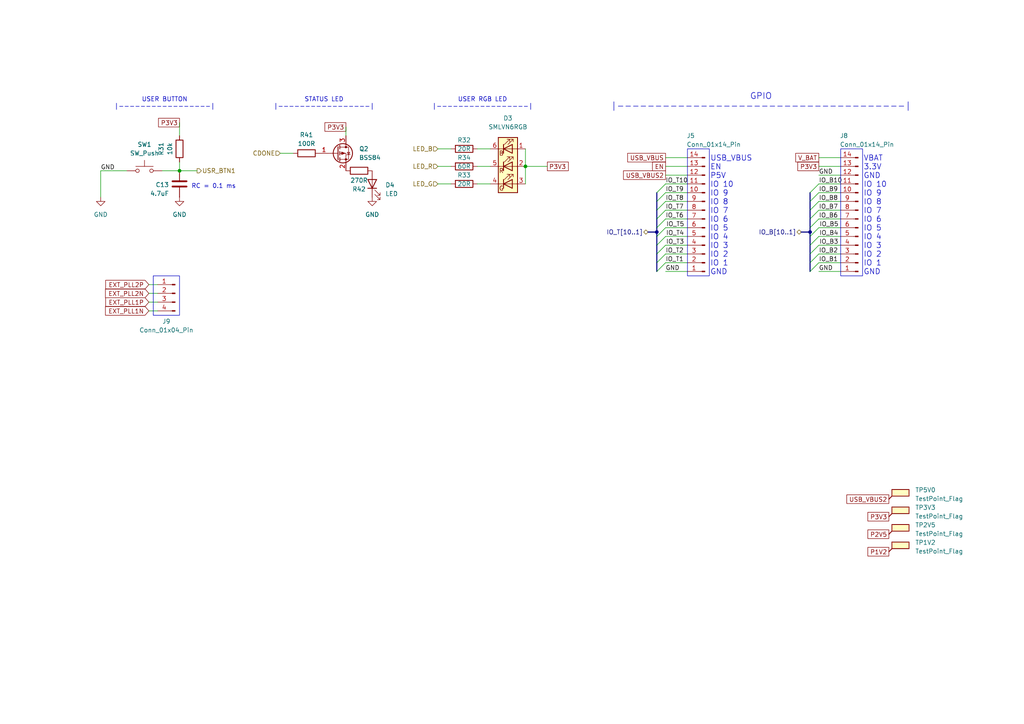
<source format=kicad_sch>
(kicad_sch
	(version 20250114)
	(generator "eeschema")
	(generator_version "9.0")
	(uuid "ea17bab2-8246-4b5e-a3c4-c4c0551d9129")
	(paper "A4")
	(lib_symbols
		(symbol "Connector:Conn_01x04_Pin"
			(pin_names
				(offset 1.016)
				(hide yes)
			)
			(exclude_from_sim no)
			(in_bom yes)
			(on_board yes)
			(property "Reference" "J"
				(at 0 5.08 0)
				(effects
					(font
						(size 1.27 1.27)
					)
				)
			)
			(property "Value" "Conn_01x04_Pin"
				(at 0 -7.62 0)
				(effects
					(font
						(size 1.27 1.27)
					)
				)
			)
			(property "Footprint" ""
				(at 0 0 0)
				(effects
					(font
						(size 1.27 1.27)
					)
					(hide yes)
				)
			)
			(property "Datasheet" "~"
				(at 0 0 0)
				(effects
					(font
						(size 1.27 1.27)
					)
					(hide yes)
				)
			)
			(property "Description" "Generic connector, single row, 01x04, script generated"
				(at 0 0 0)
				(effects
					(font
						(size 1.27 1.27)
					)
					(hide yes)
				)
			)
			(property "ki_locked" ""
				(at 0 0 0)
				(effects
					(font
						(size 1.27 1.27)
					)
				)
			)
			(property "ki_keywords" "connector"
				(at 0 0 0)
				(effects
					(font
						(size 1.27 1.27)
					)
					(hide yes)
				)
			)
			(property "ki_fp_filters" "Connector*:*_1x??_*"
				(at 0 0 0)
				(effects
					(font
						(size 1.27 1.27)
					)
					(hide yes)
				)
			)
			(symbol "Conn_01x04_Pin_1_1"
				(rectangle
					(start 0.8636 2.667)
					(end 0 2.413)
					(stroke
						(width 0.1524)
						(type default)
					)
					(fill
						(type outline)
					)
				)
				(rectangle
					(start 0.8636 0.127)
					(end 0 -0.127)
					(stroke
						(width 0.1524)
						(type default)
					)
					(fill
						(type outline)
					)
				)
				(rectangle
					(start 0.8636 -2.413)
					(end 0 -2.667)
					(stroke
						(width 0.1524)
						(type default)
					)
					(fill
						(type outline)
					)
				)
				(rectangle
					(start 0.8636 -4.953)
					(end 0 -5.207)
					(stroke
						(width 0.1524)
						(type default)
					)
					(fill
						(type outline)
					)
				)
				(polyline
					(pts
						(xy 1.27 2.54) (xy 0.8636 2.54)
					)
					(stroke
						(width 0.1524)
						(type default)
					)
					(fill
						(type none)
					)
				)
				(polyline
					(pts
						(xy 1.27 0) (xy 0.8636 0)
					)
					(stroke
						(width 0.1524)
						(type default)
					)
					(fill
						(type none)
					)
				)
				(polyline
					(pts
						(xy 1.27 -2.54) (xy 0.8636 -2.54)
					)
					(stroke
						(width 0.1524)
						(type default)
					)
					(fill
						(type none)
					)
				)
				(polyline
					(pts
						(xy 1.27 -5.08) (xy 0.8636 -5.08)
					)
					(stroke
						(width 0.1524)
						(type default)
					)
					(fill
						(type none)
					)
				)
				(pin passive line
					(at 5.08 2.54 180)
					(length 3.81)
					(name "Pin_1"
						(effects
							(font
								(size 1.27 1.27)
							)
						)
					)
					(number "1"
						(effects
							(font
								(size 1.27 1.27)
							)
						)
					)
				)
				(pin passive line
					(at 5.08 0 180)
					(length 3.81)
					(name "Pin_2"
						(effects
							(font
								(size 1.27 1.27)
							)
						)
					)
					(number "2"
						(effects
							(font
								(size 1.27 1.27)
							)
						)
					)
				)
				(pin passive line
					(at 5.08 -2.54 180)
					(length 3.81)
					(name "Pin_3"
						(effects
							(font
								(size 1.27 1.27)
							)
						)
					)
					(number "3"
						(effects
							(font
								(size 1.27 1.27)
							)
						)
					)
				)
				(pin passive line
					(at 5.08 -5.08 180)
					(length 3.81)
					(name "Pin_4"
						(effects
							(font
								(size 1.27 1.27)
							)
						)
					)
					(number "4"
						(effects
							(font
								(size 1.27 1.27)
							)
						)
					)
				)
			)
			(embedded_fonts no)
		)
		(symbol "Connector:Conn_01x14_Pin"
			(pin_names
				(offset 1.016)
				(hide yes)
			)
			(exclude_from_sim no)
			(in_bom yes)
			(on_board yes)
			(property "Reference" "J"
				(at 0 17.78 0)
				(effects
					(font
						(size 1.27 1.27)
					)
				)
			)
			(property "Value" "Conn_01x14_Pin"
				(at 0 -20.32 0)
				(effects
					(font
						(size 1.27 1.27)
					)
				)
			)
			(property "Footprint" ""
				(at 0 0 0)
				(effects
					(font
						(size 1.27 1.27)
					)
					(hide yes)
				)
			)
			(property "Datasheet" "~"
				(at 0 0 0)
				(effects
					(font
						(size 1.27 1.27)
					)
					(hide yes)
				)
			)
			(property "Description" "Generic connector, single row, 01x14, script generated"
				(at 0 0 0)
				(effects
					(font
						(size 1.27 1.27)
					)
					(hide yes)
				)
			)
			(property "ki_locked" ""
				(at 0 0 0)
				(effects
					(font
						(size 1.27 1.27)
					)
				)
			)
			(property "ki_keywords" "connector"
				(at 0 0 0)
				(effects
					(font
						(size 1.27 1.27)
					)
					(hide yes)
				)
			)
			(property "ki_fp_filters" "Connector*:*_1x??_*"
				(at 0 0 0)
				(effects
					(font
						(size 1.27 1.27)
					)
					(hide yes)
				)
			)
			(symbol "Conn_01x14_Pin_1_1"
				(rectangle
					(start 0.8636 15.367)
					(end 0 15.113)
					(stroke
						(width 0.1524)
						(type default)
					)
					(fill
						(type outline)
					)
				)
				(rectangle
					(start 0.8636 12.827)
					(end 0 12.573)
					(stroke
						(width 0.1524)
						(type default)
					)
					(fill
						(type outline)
					)
				)
				(rectangle
					(start 0.8636 10.287)
					(end 0 10.033)
					(stroke
						(width 0.1524)
						(type default)
					)
					(fill
						(type outline)
					)
				)
				(rectangle
					(start 0.8636 7.747)
					(end 0 7.493)
					(stroke
						(width 0.1524)
						(type default)
					)
					(fill
						(type outline)
					)
				)
				(rectangle
					(start 0.8636 5.207)
					(end 0 4.953)
					(stroke
						(width 0.1524)
						(type default)
					)
					(fill
						(type outline)
					)
				)
				(rectangle
					(start 0.8636 2.667)
					(end 0 2.413)
					(stroke
						(width 0.1524)
						(type default)
					)
					(fill
						(type outline)
					)
				)
				(rectangle
					(start 0.8636 0.127)
					(end 0 -0.127)
					(stroke
						(width 0.1524)
						(type default)
					)
					(fill
						(type outline)
					)
				)
				(rectangle
					(start 0.8636 -2.413)
					(end 0 -2.667)
					(stroke
						(width 0.1524)
						(type default)
					)
					(fill
						(type outline)
					)
				)
				(rectangle
					(start 0.8636 -4.953)
					(end 0 -5.207)
					(stroke
						(width 0.1524)
						(type default)
					)
					(fill
						(type outline)
					)
				)
				(rectangle
					(start 0.8636 -7.493)
					(end 0 -7.747)
					(stroke
						(width 0.1524)
						(type default)
					)
					(fill
						(type outline)
					)
				)
				(rectangle
					(start 0.8636 -10.033)
					(end 0 -10.287)
					(stroke
						(width 0.1524)
						(type default)
					)
					(fill
						(type outline)
					)
				)
				(rectangle
					(start 0.8636 -12.573)
					(end 0 -12.827)
					(stroke
						(width 0.1524)
						(type default)
					)
					(fill
						(type outline)
					)
				)
				(rectangle
					(start 0.8636 -15.113)
					(end 0 -15.367)
					(stroke
						(width 0.1524)
						(type default)
					)
					(fill
						(type outline)
					)
				)
				(rectangle
					(start 0.8636 -17.653)
					(end 0 -17.907)
					(stroke
						(width 0.1524)
						(type default)
					)
					(fill
						(type outline)
					)
				)
				(polyline
					(pts
						(xy 1.27 15.24) (xy 0.8636 15.24)
					)
					(stroke
						(width 0.1524)
						(type default)
					)
					(fill
						(type none)
					)
				)
				(polyline
					(pts
						(xy 1.27 12.7) (xy 0.8636 12.7)
					)
					(stroke
						(width 0.1524)
						(type default)
					)
					(fill
						(type none)
					)
				)
				(polyline
					(pts
						(xy 1.27 10.16) (xy 0.8636 10.16)
					)
					(stroke
						(width 0.1524)
						(type default)
					)
					(fill
						(type none)
					)
				)
				(polyline
					(pts
						(xy 1.27 7.62) (xy 0.8636 7.62)
					)
					(stroke
						(width 0.1524)
						(type default)
					)
					(fill
						(type none)
					)
				)
				(polyline
					(pts
						(xy 1.27 5.08) (xy 0.8636 5.08)
					)
					(stroke
						(width 0.1524)
						(type default)
					)
					(fill
						(type none)
					)
				)
				(polyline
					(pts
						(xy 1.27 2.54) (xy 0.8636 2.54)
					)
					(stroke
						(width 0.1524)
						(type default)
					)
					(fill
						(type none)
					)
				)
				(polyline
					(pts
						(xy 1.27 0) (xy 0.8636 0)
					)
					(stroke
						(width 0.1524)
						(type default)
					)
					(fill
						(type none)
					)
				)
				(polyline
					(pts
						(xy 1.27 -2.54) (xy 0.8636 -2.54)
					)
					(stroke
						(width 0.1524)
						(type default)
					)
					(fill
						(type none)
					)
				)
				(polyline
					(pts
						(xy 1.27 -5.08) (xy 0.8636 -5.08)
					)
					(stroke
						(width 0.1524)
						(type default)
					)
					(fill
						(type none)
					)
				)
				(polyline
					(pts
						(xy 1.27 -7.62) (xy 0.8636 -7.62)
					)
					(stroke
						(width 0.1524)
						(type default)
					)
					(fill
						(type none)
					)
				)
				(polyline
					(pts
						(xy 1.27 -10.16) (xy 0.8636 -10.16)
					)
					(stroke
						(width 0.1524)
						(type default)
					)
					(fill
						(type none)
					)
				)
				(polyline
					(pts
						(xy 1.27 -12.7) (xy 0.8636 -12.7)
					)
					(stroke
						(width 0.1524)
						(type default)
					)
					(fill
						(type none)
					)
				)
				(polyline
					(pts
						(xy 1.27 -15.24) (xy 0.8636 -15.24)
					)
					(stroke
						(width 0.1524)
						(type default)
					)
					(fill
						(type none)
					)
				)
				(polyline
					(pts
						(xy 1.27 -17.78) (xy 0.8636 -17.78)
					)
					(stroke
						(width 0.1524)
						(type default)
					)
					(fill
						(type none)
					)
				)
				(pin passive line
					(at 5.08 15.24 180)
					(length 3.81)
					(name "Pin_1"
						(effects
							(font
								(size 1.27 1.27)
							)
						)
					)
					(number "1"
						(effects
							(font
								(size 1.27 1.27)
							)
						)
					)
				)
				(pin passive line
					(at 5.08 12.7 180)
					(length 3.81)
					(name "Pin_2"
						(effects
							(font
								(size 1.27 1.27)
							)
						)
					)
					(number "2"
						(effects
							(font
								(size 1.27 1.27)
							)
						)
					)
				)
				(pin passive line
					(at 5.08 10.16 180)
					(length 3.81)
					(name "Pin_3"
						(effects
							(font
								(size 1.27 1.27)
							)
						)
					)
					(number "3"
						(effects
							(font
								(size 1.27 1.27)
							)
						)
					)
				)
				(pin passive line
					(at 5.08 7.62 180)
					(length 3.81)
					(name "Pin_4"
						(effects
							(font
								(size 1.27 1.27)
							)
						)
					)
					(number "4"
						(effects
							(font
								(size 1.27 1.27)
							)
						)
					)
				)
				(pin passive line
					(at 5.08 5.08 180)
					(length 3.81)
					(name "Pin_5"
						(effects
							(font
								(size 1.27 1.27)
							)
						)
					)
					(number "5"
						(effects
							(font
								(size 1.27 1.27)
							)
						)
					)
				)
				(pin passive line
					(at 5.08 2.54 180)
					(length 3.81)
					(name "Pin_6"
						(effects
							(font
								(size 1.27 1.27)
							)
						)
					)
					(number "6"
						(effects
							(font
								(size 1.27 1.27)
							)
						)
					)
				)
				(pin passive line
					(at 5.08 0 180)
					(length 3.81)
					(name "Pin_7"
						(effects
							(font
								(size 1.27 1.27)
							)
						)
					)
					(number "7"
						(effects
							(font
								(size 1.27 1.27)
							)
						)
					)
				)
				(pin passive line
					(at 5.08 -2.54 180)
					(length 3.81)
					(name "Pin_8"
						(effects
							(font
								(size 1.27 1.27)
							)
						)
					)
					(number "8"
						(effects
							(font
								(size 1.27 1.27)
							)
						)
					)
				)
				(pin passive line
					(at 5.08 -5.08 180)
					(length 3.81)
					(name "Pin_9"
						(effects
							(font
								(size 1.27 1.27)
							)
						)
					)
					(number "9"
						(effects
							(font
								(size 1.27 1.27)
							)
						)
					)
				)
				(pin passive line
					(at 5.08 -7.62 180)
					(length 3.81)
					(name "Pin_10"
						(effects
							(font
								(size 1.27 1.27)
							)
						)
					)
					(number "10"
						(effects
							(font
								(size 1.27 1.27)
							)
						)
					)
				)
				(pin passive line
					(at 5.08 -10.16 180)
					(length 3.81)
					(name "Pin_11"
						(effects
							(font
								(size 1.27 1.27)
							)
						)
					)
					(number "11"
						(effects
							(font
								(size 1.27 1.27)
							)
						)
					)
				)
				(pin passive line
					(at 5.08 -12.7 180)
					(length 3.81)
					(name "Pin_12"
						(effects
							(font
								(size 1.27 1.27)
							)
						)
					)
					(number "12"
						(effects
							(font
								(size 1.27 1.27)
							)
						)
					)
				)
				(pin passive line
					(at 5.08 -15.24 180)
					(length 3.81)
					(name "Pin_13"
						(effects
							(font
								(size 1.27 1.27)
							)
						)
					)
					(number "13"
						(effects
							(font
								(size 1.27 1.27)
							)
						)
					)
				)
				(pin passive line
					(at 5.08 -17.78 180)
					(length 3.81)
					(name "Pin_14"
						(effects
							(font
								(size 1.27 1.27)
							)
						)
					)
					(number "14"
						(effects
							(font
								(size 1.27 1.27)
							)
						)
					)
				)
			)
			(embedded_fonts no)
		)
		(symbol "Connector:TestPoint_Flag"
			(pin_numbers
				(hide yes)
			)
			(pin_names
				(offset 0.762)
				(hide yes)
			)
			(exclude_from_sim no)
			(in_bom yes)
			(on_board yes)
			(property "Reference" "TP"
				(at 3.429 1.778 0)
				(effects
					(font
						(size 1.27 1.27)
					)
				)
			)
			(property "Value" "TestPoint_Flag"
				(at 3.302 4.191 0)
				(effects
					(font
						(size 1.27 1.27)
					)
				)
			)
			(property "Footprint" ""
				(at 5.08 0 0)
				(effects
					(font
						(size 1.27 1.27)
					)
					(hide yes)
				)
			)
			(property "Datasheet" "~"
				(at 5.08 0 0)
				(effects
					(font
						(size 1.27 1.27)
					)
					(hide yes)
				)
			)
			(property "Description" "test point (alternative flag-style design)"
				(at 0 0 0)
				(effects
					(font
						(size 1.27 1.27)
					)
					(hide yes)
				)
			)
			(property "ki_keywords" "test point tp"
				(at 0 0 0)
				(effects
					(font
						(size 1.27 1.27)
					)
					(hide yes)
				)
			)
			(property "ki_fp_filters" "Pin* Test*"
				(at 0 0 0)
				(effects
					(font
						(size 1.27 1.27)
					)
					(hide yes)
				)
			)
			(symbol "TestPoint_Flag_0_1"
				(polyline
					(pts
						(xy 0 0) (xy 0.889 0.889)
					)
					(stroke
						(width 0.254)
						(type default)
					)
					(fill
						(type none)
					)
				)
				(rectangle
					(start 0.889 2.794)
					(end 5.842 0.889)
					(stroke
						(width 0.254)
						(type default)
					)
					(fill
						(type background)
					)
				)
			)
			(symbol "TestPoint_Flag_1_1"
				(pin passive line
					(at 0 0 90)
					(length 0)
					(name "1"
						(effects
							(font
								(size 1.27 1.27)
							)
						)
					)
					(number "1"
						(effects
							(font
								(size 1.27 1.27)
							)
						)
					)
				)
			)
			(embedded_fonts no)
		)
		(symbol "Device:C"
			(pin_numbers
				(hide yes)
			)
			(pin_names
				(offset 0.254)
			)
			(exclude_from_sim no)
			(in_bom yes)
			(on_board yes)
			(property "Reference" "C"
				(at 0.635 2.54 0)
				(effects
					(font
						(size 1.27 1.27)
					)
					(justify left)
				)
			)
			(property "Value" "C"
				(at 0.635 -2.54 0)
				(effects
					(font
						(size 1.27 1.27)
					)
					(justify left)
				)
			)
			(property "Footprint" ""
				(at 0.9652 -3.81 0)
				(effects
					(font
						(size 1.27 1.27)
					)
					(hide yes)
				)
			)
			(property "Datasheet" "~"
				(at 0 0 0)
				(effects
					(font
						(size 1.27 1.27)
					)
					(hide yes)
				)
			)
			(property "Description" "Unpolarized capacitor"
				(at 0 0 0)
				(effects
					(font
						(size 1.27 1.27)
					)
					(hide yes)
				)
			)
			(property "ki_keywords" "cap capacitor"
				(at 0 0 0)
				(effects
					(font
						(size 1.27 1.27)
					)
					(hide yes)
				)
			)
			(property "ki_fp_filters" "C_*"
				(at 0 0 0)
				(effects
					(font
						(size 1.27 1.27)
					)
					(hide yes)
				)
			)
			(symbol "C_0_1"
				(polyline
					(pts
						(xy -2.032 0.762) (xy 2.032 0.762)
					)
					(stroke
						(width 0.508)
						(type default)
					)
					(fill
						(type none)
					)
				)
				(polyline
					(pts
						(xy -2.032 -0.762) (xy 2.032 -0.762)
					)
					(stroke
						(width 0.508)
						(type default)
					)
					(fill
						(type none)
					)
				)
			)
			(symbol "C_1_1"
				(pin passive line
					(at 0 3.81 270)
					(length 2.794)
					(name "~"
						(effects
							(font
								(size 1.27 1.27)
							)
						)
					)
					(number "1"
						(effects
							(font
								(size 1.27 1.27)
							)
						)
					)
				)
				(pin passive line
					(at 0 -3.81 90)
					(length 2.794)
					(name "~"
						(effects
							(font
								(size 1.27 1.27)
							)
						)
					)
					(number "2"
						(effects
							(font
								(size 1.27 1.27)
							)
						)
					)
				)
			)
			(embedded_fonts no)
		)
		(symbol "Device:LED"
			(pin_numbers
				(hide yes)
			)
			(pin_names
				(offset 1.016)
				(hide yes)
			)
			(exclude_from_sim no)
			(in_bom yes)
			(on_board yes)
			(property "Reference" "D"
				(at 0 2.54 0)
				(effects
					(font
						(size 1.27 1.27)
					)
				)
			)
			(property "Value" "LED"
				(at 0 -2.54 0)
				(effects
					(font
						(size 1.27 1.27)
					)
				)
			)
			(property "Footprint" ""
				(at 0 0 0)
				(effects
					(font
						(size 1.27 1.27)
					)
					(hide yes)
				)
			)
			(property "Datasheet" "~"
				(at 0 0 0)
				(effects
					(font
						(size 1.27 1.27)
					)
					(hide yes)
				)
			)
			(property "Description" "Light emitting diode"
				(at 0 0 0)
				(effects
					(font
						(size 1.27 1.27)
					)
					(hide yes)
				)
			)
			(property "Sim.Pins" "1=K 2=A"
				(at 0 0 0)
				(effects
					(font
						(size 1.27 1.27)
					)
					(hide yes)
				)
			)
			(property "ki_keywords" "LED diode"
				(at 0 0 0)
				(effects
					(font
						(size 1.27 1.27)
					)
					(hide yes)
				)
			)
			(property "ki_fp_filters" "LED* LED_SMD:* LED_THT:*"
				(at 0 0 0)
				(effects
					(font
						(size 1.27 1.27)
					)
					(hide yes)
				)
			)
			(symbol "LED_0_1"
				(polyline
					(pts
						(xy -3.048 -0.762) (xy -4.572 -2.286) (xy -3.81 -2.286) (xy -4.572 -2.286) (xy -4.572 -1.524)
					)
					(stroke
						(width 0)
						(type default)
					)
					(fill
						(type none)
					)
				)
				(polyline
					(pts
						(xy -1.778 -0.762) (xy -3.302 -2.286) (xy -2.54 -2.286) (xy -3.302 -2.286) (xy -3.302 -1.524)
					)
					(stroke
						(width 0)
						(type default)
					)
					(fill
						(type none)
					)
				)
				(polyline
					(pts
						(xy -1.27 0) (xy 1.27 0)
					)
					(stroke
						(width 0)
						(type default)
					)
					(fill
						(type none)
					)
				)
				(polyline
					(pts
						(xy -1.27 -1.27) (xy -1.27 1.27)
					)
					(stroke
						(width 0.254)
						(type default)
					)
					(fill
						(type none)
					)
				)
				(polyline
					(pts
						(xy 1.27 -1.27) (xy 1.27 1.27) (xy -1.27 0) (xy 1.27 -1.27)
					)
					(stroke
						(width 0.254)
						(type default)
					)
					(fill
						(type none)
					)
				)
			)
			(symbol "LED_1_1"
				(pin passive line
					(at -3.81 0 0)
					(length 2.54)
					(name "K"
						(effects
							(font
								(size 1.27 1.27)
							)
						)
					)
					(number "1"
						(effects
							(font
								(size 1.27 1.27)
							)
						)
					)
				)
				(pin passive line
					(at 3.81 0 180)
					(length 2.54)
					(name "A"
						(effects
							(font
								(size 1.27 1.27)
							)
						)
					)
					(number "2"
						(effects
							(font
								(size 1.27 1.27)
							)
						)
					)
				)
			)
			(embedded_fonts no)
		)
		(symbol "Device:R"
			(pin_numbers
				(hide yes)
			)
			(pin_names
				(offset 0)
			)
			(exclude_from_sim no)
			(in_bom yes)
			(on_board yes)
			(property "Reference" "R"
				(at 2.032 0 90)
				(effects
					(font
						(size 1.27 1.27)
					)
				)
			)
			(property "Value" "R"
				(at 0 0 90)
				(effects
					(font
						(size 1.27 1.27)
					)
				)
			)
			(property "Footprint" ""
				(at -1.778 0 90)
				(effects
					(font
						(size 1.27 1.27)
					)
					(hide yes)
				)
			)
			(property "Datasheet" "~"
				(at 0 0 0)
				(effects
					(font
						(size 1.27 1.27)
					)
					(hide yes)
				)
			)
			(property "Description" "Resistor"
				(at 0 0 0)
				(effects
					(font
						(size 1.27 1.27)
					)
					(hide yes)
				)
			)
			(property "ki_keywords" "R res resistor"
				(at 0 0 0)
				(effects
					(font
						(size 1.27 1.27)
					)
					(hide yes)
				)
			)
			(property "ki_fp_filters" "R_*"
				(at 0 0 0)
				(effects
					(font
						(size 1.27 1.27)
					)
					(hide yes)
				)
			)
			(symbol "R_0_1"
				(rectangle
					(start -1.016 -2.54)
					(end 1.016 2.54)
					(stroke
						(width 0.254)
						(type default)
					)
					(fill
						(type none)
					)
				)
			)
			(symbol "R_1_1"
				(pin passive line
					(at 0 3.81 270)
					(length 1.27)
					(name "~"
						(effects
							(font
								(size 1.27 1.27)
							)
						)
					)
					(number "1"
						(effects
							(font
								(size 1.27 1.27)
							)
						)
					)
				)
				(pin passive line
					(at 0 -3.81 90)
					(length 1.27)
					(name "~"
						(effects
							(font
								(size 1.27 1.27)
							)
						)
					)
					(number "2"
						(effects
							(font
								(size 1.27 1.27)
							)
						)
					)
				)
			)
			(embedded_fonts no)
		)
		(symbol "LED:SMLVN6RGB"
			(pin_names
				(offset 0)
				(hide yes)
			)
			(exclude_from_sim no)
			(in_bom yes)
			(on_board yes)
			(property "Reference" "D"
				(at 0 12.7 0)
				(effects
					(font
						(size 1.27 1.27)
					)
				)
			)
			(property "Value" "SMLVN6RGB"
				(at 0 10.16 0)
				(effects
					(font
						(size 1.27 1.27)
					)
				)
			)
			(property "Footprint" "LED_SMD:LED_ROHM_SMLVN6"
				(at 0 -8.89 0)
				(effects
					(font
						(size 1.27 1.27)
					)
					(hide yes)
				)
			)
			(property "Datasheet" "https://www.rohm.com/datasheet/SMLVN6RGB1U"
				(at 0 -1.27 0)
				(effects
					(font
						(size 1.27 1.27)
					)
					(hide yes)
				)
			)
			(property "Description" "High Brightness Tri-Color LED, RGB, 3.5x2.8mm"
				(at 0 0 0)
				(effects
					(font
						(size 1.27 1.27)
					)
					(hide yes)
				)
			)
			(property "ki_keywords" "LED RGB Diode"
				(at 0 0 0)
				(effects
					(font
						(size 1.27 1.27)
					)
					(hide yes)
				)
			)
			(property "ki_fp_filters" "LED*ROHM*SMLVN6*"
				(at 0 0 0)
				(effects
					(font
						(size 1.27 1.27)
					)
					(hide yes)
				)
			)
			(symbol "SMLVN6RGB_0_0"
				(text "B"
					(at 1.905 3.81 0)
					(effects
						(font
							(size 1.27 1.27)
						)
					)
				)
				(text "R"
					(at 1.905 -1.27 0)
					(effects
						(font
							(size 1.27 1.27)
						)
					)
				)
				(text "G"
					(at 1.905 -6.35 0)
					(effects
						(font
							(size 1.27 1.27)
						)
					)
				)
			)
			(symbol "SMLVN6RGB_0_1"
				(rectangle
					(start -2.794 8.382)
					(end 2.794 -7.62)
					(stroke
						(width 0.254)
						(type default)
					)
					(fill
						(type background)
					)
				)
				(rectangle
					(start -1.27 6.35)
					(end -1.27 6.35)
					(stroke
						(width 0)
						(type default)
					)
					(fill
						(type none)
					)
				)
				(polyline
					(pts
						(xy -1.27 6.35) (xy -1.27 3.81) (xy 1.27 5.08) (xy -1.27 6.35)
					)
					(stroke
						(width 0.254)
						(type default)
					)
					(fill
						(type none)
					)
				)
				(polyline
					(pts
						(xy -1.27 5.08) (xy -2.54 5.08)
					)
					(stroke
						(width 0)
						(type default)
					)
					(fill
						(type none)
					)
				)
				(rectangle
					(start -1.27 3.81)
					(end -1.27 6.35)
					(stroke
						(width 0)
						(type default)
					)
					(fill
						(type none)
					)
				)
				(rectangle
					(start -1.27 1.27)
					(end -1.27 1.27)
					(stroke
						(width 0)
						(type default)
					)
					(fill
						(type none)
					)
				)
				(polyline
					(pts
						(xy -1.27 1.27) (xy -1.27 -1.27) (xy 1.27 0) (xy -1.27 1.27)
					)
					(stroke
						(width 0.254)
						(type default)
					)
					(fill
						(type none)
					)
				)
				(polyline
					(pts
						(xy -1.27 0) (xy -2.54 0)
					)
					(stroke
						(width 0)
						(type default)
					)
					(fill
						(type none)
					)
				)
				(polyline
					(pts
						(xy -1.27 0) (xy 1.27 0)
					)
					(stroke
						(width 0)
						(type default)
					)
					(fill
						(type none)
					)
				)
				(rectangle
					(start -1.27 -1.27)
					(end -1.27 1.27)
					(stroke
						(width 0)
						(type default)
					)
					(fill
						(type none)
					)
				)
				(polyline
					(pts
						(xy -1.27 -3.81) (xy -1.27 -6.35) (xy 1.27 -5.08) (xy -1.27 -3.81)
					)
					(stroke
						(width 0.254)
						(type default)
					)
					(fill
						(type none)
					)
				)
				(polyline
					(pts
						(xy -1.27 -5.08) (xy -2.54 -5.08)
					)
					(stroke
						(width 0)
						(type default)
					)
					(fill
						(type none)
					)
				)
				(polyline
					(pts
						(xy 0 6.35) (xy -1.524 7.874) (xy -0.762 7.874) (xy -1.524 7.874) (xy -1.524 7.112)
					)
					(stroke
						(width 0)
						(type default)
					)
					(fill
						(type none)
					)
				)
				(polyline
					(pts
						(xy 0 1.27) (xy -1.524 2.794) (xy -0.762 2.794) (xy -1.524 2.794) (xy -1.524 2.032)
					)
					(stroke
						(width 0)
						(type default)
					)
					(fill
						(type none)
					)
				)
				(polyline
					(pts
						(xy 0 -3.81) (xy -1.524 -2.286) (xy -0.762 -2.286) (xy -1.524 -2.286) (xy -1.524 -3.048)
					)
					(stroke
						(width 0)
						(type default)
					)
					(fill
						(type none)
					)
				)
				(polyline
					(pts
						(xy 1.016 6.35) (xy -0.508 7.874) (xy 0.254 7.874) (xy -0.508 7.874) (xy -0.508 7.112)
					)
					(stroke
						(width 0)
						(type default)
					)
					(fill
						(type none)
					)
				)
				(polyline
					(pts
						(xy 1.016 1.27) (xy -0.508 2.794) (xy 0.254 2.794) (xy -0.508 2.794) (xy -0.508 2.032)
					)
					(stroke
						(width 0)
						(type default)
					)
					(fill
						(type none)
					)
				)
				(polyline
					(pts
						(xy 1.016 -3.81) (xy -0.508 -2.286) (xy 0.254 -2.286) (xy -0.508 -2.286) (xy -0.508 -3.048)
					)
					(stroke
						(width 0)
						(type default)
					)
					(fill
						(type none)
					)
				)
				(polyline
					(pts
						(xy 1.27 6.35) (xy 1.27 3.81)
					)
					(stroke
						(width 0.254)
						(type default)
					)
					(fill
						(type none)
					)
				)
				(polyline
					(pts
						(xy 1.27 6.35) (xy 1.27 3.81) (xy 1.27 3.81)
					)
					(stroke
						(width 0)
						(type default)
					)
					(fill
						(type none)
					)
				)
				(polyline
					(pts
						(xy 1.27 5.08) (xy -1.27 5.08)
					)
					(stroke
						(width 0)
						(type default)
					)
					(fill
						(type none)
					)
				)
				(polyline
					(pts
						(xy 1.27 5.08) (xy 2.54 5.08)
					)
					(stroke
						(width 0)
						(type default)
					)
					(fill
						(type none)
					)
				)
				(polyline
					(pts
						(xy 1.27 1.27) (xy 1.27 -1.27)
					)
					(stroke
						(width 0.254)
						(type default)
					)
					(fill
						(type none)
					)
				)
				(polyline
					(pts
						(xy 1.27 1.27) (xy 1.27 -1.27) (xy 1.27 -1.27)
					)
					(stroke
						(width 0)
						(type default)
					)
					(fill
						(type none)
					)
				)
				(polyline
					(pts
						(xy 1.27 0) (xy 2.54 0)
					)
					(stroke
						(width 0)
						(type default)
					)
					(fill
						(type none)
					)
				)
				(polyline
					(pts
						(xy 1.27 -3.81) (xy 1.27 -6.35)
					)
					(stroke
						(width 0.254)
						(type default)
					)
					(fill
						(type none)
					)
				)
				(polyline
					(pts
						(xy 1.27 -5.08) (xy -1.27 -5.08)
					)
					(stroke
						(width 0)
						(type default)
					)
					(fill
						(type none)
					)
				)
				(polyline
					(pts
						(xy 1.27 -5.08) (xy 2.54 -5.08)
					)
					(stroke
						(width 0)
						(type default)
					)
					(fill
						(type none)
					)
				)
			)
			(symbol "SMLVN6RGB_1_1"
				(pin passive line
					(at -5.08 5.08 0)
					(length 2.54)
					(name "BA"
						(effects
							(font
								(size 1.27 1.27)
							)
						)
					)
					(number "1"
						(effects
							(font
								(size 1.27 1.27)
							)
						)
					)
				)
				(pin passive line
					(at -5.08 0 0)
					(length 2.54)
					(name "RA"
						(effects
							(font
								(size 1.27 1.27)
							)
						)
					)
					(number "2"
						(effects
							(font
								(size 1.27 1.27)
							)
						)
					)
				)
				(pin passive line
					(at -5.08 -5.08 0)
					(length 2.54)
					(name "GA"
						(effects
							(font
								(size 1.27 1.27)
							)
						)
					)
					(number "3"
						(effects
							(font
								(size 1.27 1.27)
							)
						)
					)
				)
				(pin passive line
					(at 5.08 5.08 180)
					(length 2.54)
					(name "BK"
						(effects
							(font
								(size 1.27 1.27)
							)
						)
					)
					(number "6"
						(effects
							(font
								(size 1.27 1.27)
							)
						)
					)
				)
				(pin passive line
					(at 5.08 0 180)
					(length 2.54)
					(name "RK"
						(effects
							(font
								(size 1.27 1.27)
							)
						)
					)
					(number "5"
						(effects
							(font
								(size 1.27 1.27)
							)
						)
					)
				)
				(pin passive line
					(at 5.08 -5.08 180)
					(length 2.54)
					(name "GK"
						(effects
							(font
								(size 1.27 1.27)
							)
						)
					)
					(number "4"
						(effects
							(font
								(size 1.27 1.27)
							)
						)
					)
				)
			)
			(embedded_fonts no)
		)
		(symbol "Switch:SW_Push"
			(pin_numbers
				(hide yes)
			)
			(pin_names
				(offset 1.016)
				(hide yes)
			)
			(exclude_from_sim no)
			(in_bom yes)
			(on_board yes)
			(property "Reference" "SW"
				(at 1.27 2.54 0)
				(effects
					(font
						(size 1.27 1.27)
					)
					(justify left)
				)
			)
			(property "Value" "SW_Push"
				(at 0 -1.524 0)
				(effects
					(font
						(size 1.27 1.27)
					)
				)
			)
			(property "Footprint" ""
				(at 0 5.08 0)
				(effects
					(font
						(size 1.27 1.27)
					)
					(hide yes)
				)
			)
			(property "Datasheet" "~"
				(at 0 5.08 0)
				(effects
					(font
						(size 1.27 1.27)
					)
					(hide yes)
				)
			)
			(property "Description" "Push button switch, generic, two pins"
				(at 0 0 0)
				(effects
					(font
						(size 1.27 1.27)
					)
					(hide yes)
				)
			)
			(property "ki_keywords" "switch normally-open pushbutton push-button"
				(at 0 0 0)
				(effects
					(font
						(size 1.27 1.27)
					)
					(hide yes)
				)
			)
			(symbol "SW_Push_0_1"
				(circle
					(center -2.032 0)
					(radius 0.508)
					(stroke
						(width 0)
						(type default)
					)
					(fill
						(type none)
					)
				)
				(polyline
					(pts
						(xy 0 1.27) (xy 0 3.048)
					)
					(stroke
						(width 0)
						(type default)
					)
					(fill
						(type none)
					)
				)
				(circle
					(center 2.032 0)
					(radius 0.508)
					(stroke
						(width 0)
						(type default)
					)
					(fill
						(type none)
					)
				)
				(polyline
					(pts
						(xy 2.54 1.27) (xy -2.54 1.27)
					)
					(stroke
						(width 0)
						(type default)
					)
					(fill
						(type none)
					)
				)
				(pin passive line
					(at -5.08 0 0)
					(length 2.54)
					(name "1"
						(effects
							(font
								(size 1.27 1.27)
							)
						)
					)
					(number "1"
						(effects
							(font
								(size 1.27 1.27)
							)
						)
					)
				)
				(pin passive line
					(at 5.08 0 180)
					(length 2.54)
					(name "2"
						(effects
							(font
								(size 1.27 1.27)
							)
						)
					)
					(number "2"
						(effects
							(font
								(size 1.27 1.27)
							)
						)
					)
				)
			)
			(embedded_fonts no)
		)
		(symbol "Transistor_FET:BSS84"
			(pin_names
				(hide yes)
			)
			(exclude_from_sim no)
			(in_bom yes)
			(on_board yes)
			(property "Reference" "Q"
				(at 5.08 1.905 0)
				(effects
					(font
						(size 1.27 1.27)
					)
					(justify left)
				)
			)
			(property "Value" "BSS84"
				(at 5.08 0 0)
				(effects
					(font
						(size 1.27 1.27)
					)
					(justify left)
				)
			)
			(property "Footprint" "Package_TO_SOT_SMD:SOT-23"
				(at 5.08 -1.905 0)
				(effects
					(font
						(size 1.27 1.27)
						(italic yes)
					)
					(justify left)
					(hide yes)
				)
			)
			(property "Datasheet" "http://assets.nexperia.com/documents/data-sheet/BSS84.pdf"
				(at 5.08 -3.81 0)
				(effects
					(font
						(size 1.27 1.27)
					)
					(justify left)
					(hide yes)
				)
			)
			(property "Description" "-0.13A Id, -50V Vds, P-Channel MOSFET, SOT-23"
				(at 0 0 0)
				(effects
					(font
						(size 1.27 1.27)
					)
					(hide yes)
				)
			)
			(property "ki_keywords" "P-Channel MOSFET"
				(at 0 0 0)
				(effects
					(font
						(size 1.27 1.27)
					)
					(hide yes)
				)
			)
			(property "ki_fp_filters" "SOT?23*"
				(at 0 0 0)
				(effects
					(font
						(size 1.27 1.27)
					)
					(hide yes)
				)
			)
			(symbol "BSS84_0_1"
				(polyline
					(pts
						(xy 0.254 1.905) (xy 0.254 -1.905)
					)
					(stroke
						(width 0.254)
						(type default)
					)
					(fill
						(type none)
					)
				)
				(polyline
					(pts
						(xy 0.254 0) (xy -2.54 0)
					)
					(stroke
						(width 0)
						(type default)
					)
					(fill
						(type none)
					)
				)
				(polyline
					(pts
						(xy 0.762 2.286) (xy 0.762 1.27)
					)
					(stroke
						(width 0.254)
						(type default)
					)
					(fill
						(type none)
					)
				)
				(polyline
					(pts
						(xy 0.762 1.778) (xy 3.302 1.778) (xy 3.302 -1.778) (xy 0.762 -1.778)
					)
					(stroke
						(width 0)
						(type default)
					)
					(fill
						(type none)
					)
				)
				(polyline
					(pts
						(xy 0.762 0.508) (xy 0.762 -0.508)
					)
					(stroke
						(width 0.254)
						(type default)
					)
					(fill
						(type none)
					)
				)
				(polyline
					(pts
						(xy 0.762 -1.27) (xy 0.762 -2.286)
					)
					(stroke
						(width 0.254)
						(type default)
					)
					(fill
						(type none)
					)
				)
				(circle
					(center 1.651 0)
					(radius 2.794)
					(stroke
						(width 0.254)
						(type default)
					)
					(fill
						(type none)
					)
				)
				(polyline
					(pts
						(xy 2.286 0) (xy 1.27 0.381) (xy 1.27 -0.381) (xy 2.286 0)
					)
					(stroke
						(width 0)
						(type default)
					)
					(fill
						(type outline)
					)
				)
				(polyline
					(pts
						(xy 2.54 2.54) (xy 2.54 1.778)
					)
					(stroke
						(width 0)
						(type default)
					)
					(fill
						(type none)
					)
				)
				(circle
					(center 2.54 1.778)
					(radius 0.254)
					(stroke
						(width 0)
						(type default)
					)
					(fill
						(type outline)
					)
				)
				(circle
					(center 2.54 -1.778)
					(radius 0.254)
					(stroke
						(width 0)
						(type default)
					)
					(fill
						(type outline)
					)
				)
				(polyline
					(pts
						(xy 2.54 -2.54) (xy 2.54 0) (xy 0.762 0)
					)
					(stroke
						(width 0)
						(type default)
					)
					(fill
						(type none)
					)
				)
				(polyline
					(pts
						(xy 2.794 -0.508) (xy 2.921 -0.381) (xy 3.683 -0.381) (xy 3.81 -0.254)
					)
					(stroke
						(width 0)
						(type default)
					)
					(fill
						(type none)
					)
				)
				(polyline
					(pts
						(xy 3.302 -0.381) (xy 2.921 0.254) (xy 3.683 0.254) (xy 3.302 -0.381)
					)
					(stroke
						(width 0)
						(type default)
					)
					(fill
						(type none)
					)
				)
			)
			(symbol "BSS84_1_1"
				(pin input line
					(at -5.08 0 0)
					(length 2.54)
					(name "G"
						(effects
							(font
								(size 1.27 1.27)
							)
						)
					)
					(number "1"
						(effects
							(font
								(size 1.27 1.27)
							)
						)
					)
				)
				(pin passive line
					(at 2.54 5.08 270)
					(length 2.54)
					(name "D"
						(effects
							(font
								(size 1.27 1.27)
							)
						)
					)
					(number "3"
						(effects
							(font
								(size 1.27 1.27)
							)
						)
					)
				)
				(pin passive line
					(at 2.54 -5.08 90)
					(length 2.54)
					(name "S"
						(effects
							(font
								(size 1.27 1.27)
							)
						)
					)
					(number "2"
						(effects
							(font
								(size 1.27 1.27)
							)
						)
					)
				)
			)
			(embedded_fonts no)
		)
		(symbol "power:GND"
			(power)
			(pin_numbers
				(hide yes)
			)
			(pin_names
				(offset 0)
				(hide yes)
			)
			(exclude_from_sim no)
			(in_bom yes)
			(on_board yes)
			(property "Reference" "#PWR"
				(at 0 -6.35 0)
				(effects
					(font
						(size 1.27 1.27)
					)
					(hide yes)
				)
			)
			(property "Value" "GND"
				(at 0 -3.81 0)
				(effects
					(font
						(size 1.27 1.27)
					)
				)
			)
			(property "Footprint" ""
				(at 0 0 0)
				(effects
					(font
						(size 1.27 1.27)
					)
					(hide yes)
				)
			)
			(property "Datasheet" ""
				(at 0 0 0)
				(effects
					(font
						(size 1.27 1.27)
					)
					(hide yes)
				)
			)
			(property "Description" "Power symbol creates a global label with name \"GND\" , ground"
				(at 0 0 0)
				(effects
					(font
						(size 1.27 1.27)
					)
					(hide yes)
				)
			)
			(property "ki_keywords" "global power"
				(at 0 0 0)
				(effects
					(font
						(size 1.27 1.27)
					)
					(hide yes)
				)
			)
			(symbol "GND_0_1"
				(polyline
					(pts
						(xy 0 0) (xy 0 -1.27) (xy 1.27 -1.27) (xy 0 -2.54) (xy -1.27 -1.27) (xy 0 -1.27)
					)
					(stroke
						(width 0)
						(type default)
					)
					(fill
						(type none)
					)
				)
			)
			(symbol "GND_1_1"
				(pin power_in line
					(at 0 0 270)
					(length 0)
					(name "~"
						(effects
							(font
								(size 1.27 1.27)
							)
						)
					)
					(number "1"
						(effects
							(font
								(size 1.27 1.27)
							)
						)
					)
				)
			)
			(embedded_fonts no)
		)
	)
	(text "USER RGB LED\n|-----------------|"
		(exclude_from_sim no)
		(at 139.954 29.972 0)
		(effects
			(font
				(size 1.27 1.27)
			)
		)
		(uuid "1ee8bcf9-83a6-446a-bb1a-209761aca78b")
	)
	(text "USER BUTTON\n|-----------------|"
		(exclude_from_sim no)
		(at 47.752 29.972 0)
		(effects
			(font
				(size 1.27 1.27)
			)
		)
		(uuid "443e022e-3933-4a71-b6b7-cece3b042032")
	)
	(text "GPIO\n|--------------------------------------|"
		(exclude_from_sim no)
		(at 220.726 29.464 0)
		(effects
			(font
				(size 1.778 1.778)
			)
		)
		(uuid "4a96fe75-92d6-4996-9f10-37d659386413")
	)
	(text "VBAT\n3.3V\nGND\nIO 10\nIO 9\nIO 8\nIO 7\nIO 6\nIO 5\nIO 4\nIO 3\nIO 2\nIO 1\nGND"
		(exclude_from_sim no)
		(at 250.444 62.484 0)
		(effects
			(font
				(size 1.5748 1.5748)
			)
			(justify left)
		)
		(uuid "59c3d11c-f9f3-460c-a1c8-c600cfc15655")
	)
	(text "RC = 0.1 ms\n"
		(exclude_from_sim no)
		(at 61.976 54.102 0)
		(effects
			(font
				(size 1.27 1.27)
			)
		)
		(uuid "6c547fa5-5b2a-44c7-9548-7452b3820b9e")
	)
	(text "USB_VBUS\nEN\nP5V\nIO 10\nIO 9\nIO 8\nIO 7\nIO 6\nIO 5\nIO 4\nIO 3\nIO 2\nIO 1\nGND"
		(exclude_from_sim no)
		(at 205.994 62.484 0)
		(effects
			(font
				(size 1.5748 1.5748)
			)
			(justify left)
		)
		(uuid "acbb2a00-2126-43c5-b27d-f1ee0db0e406")
	)
	(text "STATUS LED\n|-----------------|"
		(exclude_from_sim no)
		(at 93.98 29.972 0)
		(effects
			(font
				(size 1.27 1.27)
			)
		)
		(uuid "c99718c6-7dbc-409f-961b-365e318f3529")
	)
	(text_box ""
		(exclude_from_sim no)
		(at 199.39 43.18 0)
		(size 6.35 36.83)
		(margins 0.9525 0.9525 0.9525 0.9525)
		(stroke
			(width 0)
			(type solid)
		)
		(fill
			(type none)
		)
		(effects
			(font
				(size 1.27 1.27)
			)
			(justify left top)
		)
		(uuid "73e82db8-4f61-42d8-985b-427dd73caf59")
	)
	(text_box ""
		(exclude_from_sim no)
		(at 44.45 80.01 0)
		(size 7.62 11.43)
		(margins 0.9525 0.9525 0.9525 0.9525)
		(stroke
			(width 0)
			(type solid)
		)
		(fill
			(type none)
		)
		(effects
			(font
				(size 1.27 1.27)
			)
			(justify left top)
		)
		(uuid "81746496-d8bf-4c29-b494-ad9583d6e454")
	)
	(text_box ""
		(exclude_from_sim no)
		(at 243.84 43.18 0)
		(size 6.35 36.83)
		(margins 0.9525 0.9525 0.9525 0.9525)
		(stroke
			(width 0)
			(type solid)
		)
		(fill
			(type none)
		)
		(effects
			(font
				(size 1.27 1.27)
			)
			(justify left top)
		)
		(uuid "cdbe5fe6-1827-48a4-955a-e52b6ececcc0")
	)
	(junction
		(at 190.5 67.31)
		(diameter 0)
		(color 0 0 0 0)
		(uuid "27692093-94c0-41dc-b754-04c93f595bf8")
	)
	(junction
		(at 52.07 49.53)
		(diameter 0)
		(color 0 0 0 0)
		(uuid "68c917f1-5ea3-456e-ab68-0257ed73412b")
	)
	(junction
		(at 234.95 67.31)
		(diameter 0)
		(color 0 0 0 0)
		(uuid "8c1db1e8-0cef-4f47-a57b-3f57740f86d3")
	)
	(junction
		(at 152.4 48.26)
		(diameter 0)
		(color 0 0 0 0)
		(uuid "e9fc3f9b-5e0d-46ad-a22e-71c1ef2cd691")
	)
	(bus_entry
		(at 234.95 68.58)
		(size 2.54 -2.54)
		(stroke
			(width 0)
			(type default)
		)
		(uuid "09ffd1bf-574d-4b15-a758-c37c8b5db1d3")
	)
	(bus_entry
		(at 234.95 66.04)
		(size 2.54 -2.54)
		(stroke
			(width 0)
			(type default)
		)
		(uuid "0e4a8d60-7dc6-4f26-b0ac-126f70b86b5a")
	)
	(bus_entry
		(at 190.5 78.74)
		(size 2.54 -2.54)
		(stroke
			(width 0)
			(type default)
		)
		(uuid "377e19ca-b81d-4c91-b05d-5925a9b57365")
	)
	(bus_entry
		(at 234.95 78.74)
		(size 2.54 -2.54)
		(stroke
			(width 0)
			(type default)
		)
		(uuid "3b569b65-8308-4bdc-a369-d38bc4269a71")
	)
	(bus_entry
		(at 190.5 63.5)
		(size 2.54 -2.54)
		(stroke
			(width 0)
			(type default)
		)
		(uuid "5a25706b-0cf7-4a69-bf67-9be25e1a0b86")
	)
	(bus_entry
		(at 190.5 66.04)
		(size 2.54 -2.54)
		(stroke
			(width 0)
			(type default)
		)
		(uuid "6b085b5a-90e5-481c-9fc7-48fc9988cef9")
	)
	(bus_entry
		(at 234.95 76.2)
		(size 2.54 -2.54)
		(stroke
			(width 0)
			(type default)
		)
		(uuid "6db8a74d-6b39-4ab2-a6fc-8a77d0fb7b95")
	)
	(bus_entry
		(at 190.5 60.96)
		(size 2.54 -2.54)
		(stroke
			(width 0)
			(type default)
		)
		(uuid "83f848ac-c2a2-44b7-9845-6d3709503006")
	)
	(bus_entry
		(at 190.5 58.42)
		(size 2.54 -2.54)
		(stroke
			(width 0)
			(type default)
		)
		(uuid "8506d1bb-6b41-4f7f-891f-71b94278de7d")
	)
	(bus_entry
		(at 190.5 55.88)
		(size 2.54 -2.54)
		(stroke
			(width 0)
			(type default)
		)
		(uuid "8f0228d0-5520-4c73-91fa-470075c3579e")
	)
	(bus_entry
		(at 234.95 60.96)
		(size 2.54 -2.54)
		(stroke
			(width 0)
			(type default)
		)
		(uuid "92b6a262-2dbd-4cc6-9b9d-2751b3dcc6fd")
	)
	(bus_entry
		(at 190.5 68.58)
		(size 2.54 -2.54)
		(stroke
			(width 0)
			(type default)
		)
		(uuid "a78ff57e-53a5-4d24-895a-f78dc878f288")
	)
	(bus_entry
		(at 234.95 73.66)
		(size 2.54 -2.54)
		(stroke
			(width 0)
			(type default)
		)
		(uuid "a7be15a2-7e2f-4a2d-8f46-a48b38ce455c")
	)
	(bus_entry
		(at 190.5 71.12)
		(size 2.54 -2.54)
		(stroke
			(width 0)
			(type default)
		)
		(uuid "bbe7d6ec-a462-4765-99e6-ed94574db6d9")
	)
	(bus_entry
		(at 234.95 63.5)
		(size 2.54 -2.54)
		(stroke
			(width 0)
			(type default)
		)
		(uuid "bfcb6fe3-3606-40d0-af32-8fca9dd1d91b")
	)
	(bus_entry
		(at 234.95 71.12)
		(size 2.54 -2.54)
		(stroke
			(width 0)
			(type default)
		)
		(uuid "ce28d133-616b-4f3d-bd31-bf867a4610c7")
	)
	(bus_entry
		(at 234.95 55.88)
		(size 2.54 -2.54)
		(stroke
			(width 0)
			(type default)
		)
		(uuid "d64956cf-bd5f-4a40-b89f-8eb9be64791c")
	)
	(bus_entry
		(at 190.5 73.66)
		(size 2.54 -2.54)
		(stroke
			(width 0)
			(type default)
		)
		(uuid "d998e9f5-01fb-4104-92e1-6ba7a7fe4c66")
	)
	(bus_entry
		(at 234.95 58.42)
		(size 2.54 -2.54)
		(stroke
			(width 0)
			(type default)
		)
		(uuid "ddaaa1eb-3ad7-45d0-b181-438b17c8b0aa")
	)
	(bus_entry
		(at 190.5 76.2)
		(size 2.54 -2.54)
		(stroke
			(width 0)
			(type default)
		)
		(uuid "ffb602e0-ff62-4292-924c-8da4d7d74f16")
	)
	(wire
		(pts
			(xy 237.49 73.66) (xy 243.84 73.66)
		)
		(stroke
			(width 0)
			(type default)
		)
		(uuid "050ea39b-86ba-4827-a3f6-9ce61a82a804")
	)
	(wire
		(pts
			(xy 193.04 71.12) (xy 199.39 71.12)
		)
		(stroke
			(width 0)
			(type default)
		)
		(uuid "0b9c5257-b083-47eb-be3e-b8dde16b7623")
	)
	(bus
		(pts
			(xy 190.5 68.58) (xy 190.5 71.12)
		)
		(stroke
			(width 0)
			(type default)
		)
		(uuid "0bf23b7e-cb38-4b5a-a1a6-f90149fbf676")
	)
	(wire
		(pts
			(xy 52.07 49.53) (xy 57.15 49.53)
		)
		(stroke
			(width 0)
			(type default)
		)
		(uuid "1098e584-e8e9-4869-a773-37e73be7db49")
	)
	(wire
		(pts
			(xy 52.07 46.99) (xy 52.07 49.53)
		)
		(stroke
			(width 0)
			(type default)
		)
		(uuid "11ea9624-927a-4583-97a3-d17b80645962")
	)
	(wire
		(pts
			(xy 237.49 76.2) (xy 243.84 76.2)
		)
		(stroke
			(width 0)
			(type default)
		)
		(uuid "1a3e5806-150a-4373-927a-7465d2f6dc14")
	)
	(wire
		(pts
			(xy 237.49 60.96) (xy 243.84 60.96)
		)
		(stroke
			(width 0)
			(type default)
		)
		(uuid "1b96d66c-e2b5-4139-83d3-5fd68975aafc")
	)
	(wire
		(pts
			(xy 193.04 58.42) (xy 199.39 58.42)
		)
		(stroke
			(width 0)
			(type default)
		)
		(uuid "1f253b70-7871-48d5-a9c0-b1c17db3ce12")
	)
	(bus
		(pts
			(xy 232.41 67.31) (xy 234.95 67.31)
		)
		(stroke
			(width 0)
			(type default)
		)
		(uuid "201cf4c1-d1a1-41a0-af65-3b9bb40d2036")
	)
	(wire
		(pts
			(xy 127 53.34) (xy 130.81 53.34)
		)
		(stroke
			(width 0)
			(type default)
		)
		(uuid "2bae86ed-c5a6-4cdc-a5fa-af43eb863877")
	)
	(wire
		(pts
			(xy 193.04 76.2) (xy 199.39 76.2)
		)
		(stroke
			(width 0)
			(type default)
		)
		(uuid "2bfc0f73-758f-4b88-9a39-1961c1d5df2c")
	)
	(wire
		(pts
			(xy 193.04 78.74) (xy 199.39 78.74)
		)
		(stroke
			(width 0)
			(type default)
		)
		(uuid "34be1da1-81b2-4651-a72c-9ce7766711bb")
	)
	(wire
		(pts
			(xy 138.43 53.34) (xy 142.24 53.34)
		)
		(stroke
			(width 0)
			(type default)
		)
		(uuid "3a10aea0-f311-4b03-9a20-1b27cf3929a7")
	)
	(wire
		(pts
			(xy 237.49 45.72) (xy 243.84 45.72)
		)
		(stroke
			(width 0)
			(type default)
		)
		(uuid "3c81508c-1c4e-489c-8cc4-98d13ca1c61e")
	)
	(bus
		(pts
			(xy 190.5 55.88) (xy 190.5 58.42)
		)
		(stroke
			(width 0)
			(type default)
		)
		(uuid "43032d43-3092-4c31-8cc6-3b5beebb97ef")
	)
	(wire
		(pts
			(xy 127 48.26) (xy 130.81 48.26)
		)
		(stroke
			(width 0)
			(type default)
		)
		(uuid "43733e9e-4514-4d9e-93a7-d8dbaee603c3")
	)
	(wire
		(pts
			(xy 193.04 55.88) (xy 199.39 55.88)
		)
		(stroke
			(width 0)
			(type default)
		)
		(uuid "46ddb450-5dce-4249-9605-225dd789f195")
	)
	(wire
		(pts
			(xy 193.04 45.72) (xy 199.39 45.72)
		)
		(stroke
			(width 0)
			(type default)
		)
		(uuid "49fa029e-0a47-4c6b-9e11-5ff02cf6e622")
	)
	(wire
		(pts
			(xy 45.72 87.63) (xy 43.18 87.63)
		)
		(stroke
			(width 0)
			(type default)
		)
		(uuid "4b800071-3564-4727-a57b-abf461074698")
	)
	(wire
		(pts
			(xy 237.49 53.34) (xy 243.84 53.34)
		)
		(stroke
			(width 0)
			(type default)
		)
		(uuid "4c623afc-49cb-44f2-9fe9-099b13aac90f")
	)
	(wire
		(pts
			(xy 237.49 55.88) (xy 243.84 55.88)
		)
		(stroke
			(width 0)
			(type default)
		)
		(uuid "4d57d7d2-b25e-4fca-9e33-27c048f9079e")
	)
	(wire
		(pts
			(xy 193.04 63.5) (xy 199.39 63.5)
		)
		(stroke
			(width 0)
			(type default)
		)
		(uuid "50a9e424-b274-414f-9d53-8f3536205a37")
	)
	(bus
		(pts
			(xy 234.95 68.58) (xy 234.95 71.12)
		)
		(stroke
			(width 0)
			(type default)
		)
		(uuid "50ddb10e-c334-44c0-9844-728eefbe1500")
	)
	(bus
		(pts
			(xy 234.95 66.04) (xy 234.95 67.31)
		)
		(stroke
			(width 0)
			(type default)
		)
		(uuid "511f2221-6cb7-43a4-9e30-3eea9eb3899e")
	)
	(wire
		(pts
			(xy 237.49 50.8) (xy 243.84 50.8)
		)
		(stroke
			(width 0)
			(type default)
		)
		(uuid "51e15150-f359-47a9-a2e6-3e632197aee6")
	)
	(bus
		(pts
			(xy 190.5 71.12) (xy 190.5 73.66)
		)
		(stroke
			(width 0)
			(type default)
		)
		(uuid "54fc806a-757e-4f59-ac5d-22ed3edd6ebe")
	)
	(bus
		(pts
			(xy 234.95 60.96) (xy 234.95 63.5)
		)
		(stroke
			(width 0)
			(type default)
		)
		(uuid "55df26fc-5194-4a63-b95f-cfa7c6a8f0d1")
	)
	(bus
		(pts
			(xy 234.95 76.2) (xy 234.95 78.74)
		)
		(stroke
			(width 0)
			(type default)
		)
		(uuid "56d3df0e-ceeb-4d35-8976-137cba3faabb")
	)
	(wire
		(pts
			(xy 45.72 85.09) (xy 43.18 85.09)
		)
		(stroke
			(width 0)
			(type default)
		)
		(uuid "5e6b2ebe-1789-42dc-a159-783a51b7dbee")
	)
	(bus
		(pts
			(xy 190.5 63.5) (xy 190.5 66.04)
		)
		(stroke
			(width 0)
			(type default)
		)
		(uuid "6252b6de-47c3-45ff-a0bf-3afe7fe35221")
	)
	(bus
		(pts
			(xy 234.95 71.12) (xy 234.95 73.66)
		)
		(stroke
			(width 0)
			(type default)
		)
		(uuid "6c4891c2-75cc-4ab0-a135-284068b6e7cb")
	)
	(wire
		(pts
			(xy 237.49 63.5) (xy 243.84 63.5)
		)
		(stroke
			(width 0)
			(type default)
		)
		(uuid "6d593570-5f11-4ac9-ace7-e974fca6ec56")
	)
	(wire
		(pts
			(xy 29.21 49.53) (xy 36.83 49.53)
		)
		(stroke
			(width 0)
			(type default)
		)
		(uuid "6fa7345c-3252-4643-8f2e-220853b5690e")
	)
	(wire
		(pts
			(xy 81.28 44.45) (xy 85.09 44.45)
		)
		(stroke
			(width 0)
			(type default)
		)
		(uuid "7648e2b8-1fe0-4686-84dc-0ac1c0a34bb3")
	)
	(bus
		(pts
			(xy 234.95 55.88) (xy 234.95 58.42)
		)
		(stroke
			(width 0)
			(type default)
		)
		(uuid "773a4398-8c33-4cd0-aa47-6d71f6f2cf0e")
	)
	(bus
		(pts
			(xy 190.5 73.66) (xy 190.5 76.2)
		)
		(stroke
			(width 0)
			(type default)
		)
		(uuid "7bacdc51-a06f-4023-a0dd-c108941b55dc")
	)
	(wire
		(pts
			(xy 46.99 49.53) (xy 52.07 49.53)
		)
		(stroke
			(width 0)
			(type default)
		)
		(uuid "7da35113-d6f6-4e2a-bfb3-6e07b682b916")
	)
	(bus
		(pts
			(xy 187.96 67.31) (xy 190.5 67.31)
		)
		(stroke
			(width 0)
			(type default)
		)
		(uuid "7e41470f-b577-4c2c-93e8-1ab182a4c14c")
	)
	(wire
		(pts
			(xy 152.4 48.26) (xy 158.75 48.26)
		)
		(stroke
			(width 0)
			(type default)
		)
		(uuid "81fd4813-91a6-43a3-a845-8471c336b572")
	)
	(wire
		(pts
			(xy 193.04 66.04) (xy 199.39 66.04)
		)
		(stroke
			(width 0)
			(type default)
		)
		(uuid "8544cb14-0696-4631-b9f0-53096d336df8")
	)
	(bus
		(pts
			(xy 234.95 63.5) (xy 234.95 66.04)
		)
		(stroke
			(width 0)
			(type default)
		)
		(uuid "8d4492bb-dd34-4ba4-a1cb-dc23b56e0d56")
	)
	(wire
		(pts
			(xy 52.07 35.56) (xy 52.07 39.37)
		)
		(stroke
			(width 0)
			(type default)
		)
		(uuid "97425d8d-3241-4e38-a0dd-5517910b87ab")
	)
	(wire
		(pts
			(xy 127 43.18) (xy 130.81 43.18)
		)
		(stroke
			(width 0)
			(type default)
		)
		(uuid "99f74919-8936-41fd-97c0-c222cd5f8ab6")
	)
	(bus
		(pts
			(xy 234.95 58.42) (xy 234.95 60.96)
		)
		(stroke
			(width 0)
			(type default)
		)
		(uuid "9d6f75c1-7ea4-4217-ad08-73e9ecdff24f")
	)
	(bus
		(pts
			(xy 234.95 67.31) (xy 234.95 68.58)
		)
		(stroke
			(width 0)
			(type default)
		)
		(uuid "9f985e23-4e45-4ae2-a987-a33938d7e975")
	)
	(wire
		(pts
			(xy 138.43 48.26) (xy 142.24 48.26)
		)
		(stroke
			(width 0)
			(type default)
		)
		(uuid "a07cc65d-426e-42e7-aee9-e2a5c2eb1e7a")
	)
	(wire
		(pts
			(xy 45.72 82.55) (xy 43.18 82.55)
		)
		(stroke
			(width 0)
			(type default)
		)
		(uuid "a14799b9-cfae-4b9f-9ce3-be86d3c6e78e")
	)
	(wire
		(pts
			(xy 193.04 60.96) (xy 199.39 60.96)
		)
		(stroke
			(width 0)
			(type default)
		)
		(uuid "adb8bae6-183b-49d9-8b0d-67cc33cbb86a")
	)
	(bus
		(pts
			(xy 190.5 60.96) (xy 190.5 63.5)
		)
		(stroke
			(width 0)
			(type default)
		)
		(uuid "b6fddcb1-7fe8-4f6a-b1b2-6995d3c7e667")
	)
	(wire
		(pts
			(xy 45.72 90.17) (xy 43.18 90.17)
		)
		(stroke
			(width 0)
			(type default)
		)
		(uuid "b9153afc-9c55-40a1-b329-87a93d3d6ca4")
	)
	(wire
		(pts
			(xy 100.33 36.83) (xy 100.33 39.37)
		)
		(stroke
			(width 0)
			(type default)
		)
		(uuid "c20b3b00-295b-40a9-ab7c-a3e23a5dfc64")
	)
	(wire
		(pts
			(xy 193.04 50.8) (xy 199.39 50.8)
		)
		(stroke
			(width 0)
			(type default)
		)
		(uuid "c8a02c38-71ea-41b1-b4d6-068ea3ba8841")
	)
	(bus
		(pts
			(xy 190.5 76.2) (xy 190.5 78.74)
		)
		(stroke
			(width 0)
			(type default)
		)
		(uuid "cc25bc12-706b-4d43-9eeb-38d747917b36")
	)
	(bus
		(pts
			(xy 190.5 66.04) (xy 190.5 67.31)
		)
		(stroke
			(width 0)
			(type default)
		)
		(uuid "d4dfde9c-8d49-4775-bf67-727417175a73")
	)
	(wire
		(pts
			(xy 237.49 68.58) (xy 243.84 68.58)
		)
		(stroke
			(width 0)
			(type default)
		)
		(uuid "d6c83266-1c43-4e58-bebb-5195b126b984")
	)
	(bus
		(pts
			(xy 234.95 73.66) (xy 234.95 76.2)
		)
		(stroke
			(width 0)
			(type default)
		)
		(uuid "d82c3213-31c2-4ebd-a6e2-ac0b4e205fe0")
	)
	(wire
		(pts
			(xy 138.43 43.18) (xy 142.24 43.18)
		)
		(stroke
			(width 0)
			(type default)
		)
		(uuid "da0b7899-940b-442a-9fb4-59aa4af13906")
	)
	(wire
		(pts
			(xy 152.4 48.26) (xy 152.4 53.34)
		)
		(stroke
			(width 0)
			(type default)
		)
		(uuid "dadd7d08-6137-42ad-a816-84751b1909e7")
	)
	(wire
		(pts
			(xy 237.49 71.12) (xy 243.84 71.12)
		)
		(stroke
			(width 0)
			(type default)
		)
		(uuid "dec07f60-6fa9-46bf-8dcb-d82547bb60e8")
	)
	(wire
		(pts
			(xy 193.04 48.26) (xy 199.39 48.26)
		)
		(stroke
			(width 0)
			(type default)
		)
		(uuid "e2d2f790-28ac-4b89-834b-20a1c8685c2b")
	)
	(wire
		(pts
			(xy 193.04 73.66) (xy 199.39 73.66)
		)
		(stroke
			(width 0)
			(type default)
		)
		(uuid "e4f5193e-18f5-47b9-82e6-94b04e9651d3")
	)
	(wire
		(pts
			(xy 237.49 48.26) (xy 243.84 48.26)
		)
		(stroke
			(width 0)
			(type default)
		)
		(uuid "e8aa979b-b7a7-4193-bf0c-e669acba1bd7")
	)
	(wire
		(pts
			(xy 237.49 58.42) (xy 243.84 58.42)
		)
		(stroke
			(width 0)
			(type default)
		)
		(uuid "e8b27a14-8664-4214-be6f-dcdca377baf0")
	)
	(wire
		(pts
			(xy 29.21 57.15) (xy 29.21 49.53)
		)
		(stroke
			(width 0)
			(type default)
		)
		(uuid "ea9f0891-9246-4eaa-b544-414ac114e70a")
	)
	(bus
		(pts
			(xy 190.5 67.31) (xy 190.5 68.58)
		)
		(stroke
			(width 0)
			(type default)
		)
		(uuid "eb6e4ef4-fdcb-4e24-8038-6bfe02b03276")
	)
	(wire
		(pts
			(xy 193.04 53.34) (xy 199.39 53.34)
		)
		(stroke
			(width 0)
			(type default)
		)
		(uuid "ebeb760c-0bff-4f94-b423-4b7a1e6a3fe1")
	)
	(wire
		(pts
			(xy 237.49 66.04) (xy 243.84 66.04)
		)
		(stroke
			(width 0)
			(type default)
		)
		(uuid "ef4a78ac-979d-4ae9-a38d-cd81931e2ca4")
	)
	(wire
		(pts
			(xy 152.4 43.18) (xy 152.4 48.26)
		)
		(stroke
			(width 0)
			(type default)
		)
		(uuid "f3f6f6e9-0437-42e8-9a52-968b2ba42db4")
	)
	(bus
		(pts
			(xy 190.5 58.42) (xy 190.5 60.96)
		)
		(stroke
			(width 0)
			(type default)
		)
		(uuid "f50142e6-8ccc-4ab5-8132-0adf5683eadb")
	)
	(wire
		(pts
			(xy 237.49 78.74) (xy 243.84 78.74)
		)
		(stroke
			(width 0)
			(type default)
		)
		(uuid "f81f4c2f-c784-48c7-bebb-5a0382a46daf")
	)
	(wire
		(pts
			(xy 193.04 68.58) (xy 199.39 68.58)
		)
		(stroke
			(width 0)
			(type default)
		)
		(uuid "fd6449cb-9d2f-4402-9f5b-79803d5663c9")
	)
	(label "IO_B7"
		(at 237.49 60.96 0)
		(effects
			(font
				(size 1.27 1.27)
			)
			(justify left bottom)
		)
		(uuid "0901339a-8a19-42e3-ab77-fc4d328f36e5")
	)
	(label "IO_B2"
		(at 237.49 73.66 0)
		(effects
			(font
				(size 1.27 1.27)
			)
			(justify left bottom)
		)
		(uuid "1bbf8468-dde4-488e-a8a9-b4f4a8634bb6")
	)
	(label "IO_T4"
		(at 193.1617 68.58 0)
		(effects
			(font
				(size 1.27 1.27)
			)
			(justify left bottom)
		)
		(uuid "1d30528d-c12d-4e4b-8e42-67cc56fda8fd")
	)
	(label "IO_B10"
		(at 237.49 53.34 0)
		(effects
			(font
				(size 1.27 1.27)
			)
			(justify left bottom)
		)
		(uuid "2532620d-6596-4b2b-9348-e34615d4875e")
	)
	(label "IO_B6"
		(at 237.49 63.5 0)
		(effects
			(font
				(size 1.27 1.27)
			)
			(justify left bottom)
		)
		(uuid "32eb742d-c610-445f-a061-fc1a74b4952d")
	)
	(label "IO_T3"
		(at 193.1617 71.12 0)
		(effects
			(font
				(size 1.27 1.27)
			)
			(justify left bottom)
		)
		(uuid "35eea21c-5676-4dde-aa30-088f85361aab")
	)
	(label "IO_T5"
		(at 193.2123 66.04 0)
		(effects
			(font
				(size 1.27 1.27)
			)
			(justify left bottom)
		)
		(uuid "3638190a-2ed2-404b-8569-980d76573632")
	)
	(label "IO_T6"
		(at 193.04 63.5 0)
		(effects
			(font
				(size 1.27 1.27)
			)
			(justify left bottom)
		)
		(uuid "4f09979a-b6ac-4f16-ac83-5855a59ef391")
	)
	(label "IO_T7"
		(at 193.04 60.96 0)
		(effects
			(font
				(size 1.27 1.27)
			)
			(justify left bottom)
		)
		(uuid "514b6221-3a0e-486a-a46f-de65965455d5")
	)
	(label "GND"
		(at 29.21 49.53 0)
		(effects
			(font
				(size 1.27 1.27)
			)
			(justify left bottom)
		)
		(uuid "6bc5c5d8-5a46-4c3c-827e-4fa940b86868")
	)
	(label "IO_T10"
		(at 193.04 53.34 0)
		(effects
			(font
				(size 1.27 1.27)
			)
			(justify left bottom)
		)
		(uuid "6ee8b99f-618a-4dc5-9bba-fc00358088e0")
	)
	(label "IO_B9"
		(at 237.49 55.88 0)
		(effects
			(font
				(size 1.27 1.27)
			)
			(justify left bottom)
		)
		(uuid "7b21935f-1008-4bf0-ac73-58b4cf2625ff")
	)
	(label "IO_B5"
		(at 237.6623 66.04 0)
		(effects
			(font
				(size 1.27 1.27)
			)
			(justify left bottom)
		)
		(uuid "7eb64c8b-55ca-46d1-a175-8c257cab2b1d")
	)
	(label "IO_B1"
		(at 237.49 76.2 0)
		(effects
			(font
				(size 1.27 1.27)
			)
			(justify left bottom)
		)
		(uuid "8114e8b2-55b9-4092-8f67-29ec8b7d7130")
	)
	(label "IO_B3"
		(at 237.6117 71.12 0)
		(effects
			(font
				(size 1.27 1.27)
			)
			(justify left bottom)
		)
		(uuid "97bb8152-9861-4601-940b-7fa0d39cfbc6")
	)
	(label "IO_T8"
		(at 193.04 58.42 0)
		(effects
			(font
				(size 1.27 1.27)
			)
			(justify left bottom)
		)
		(uuid "9a243523-e8d1-46b3-9636-cabb53186fff")
	)
	(label "IO_B8"
		(at 237.49 58.42 0)
		(effects
			(font
				(size 1.27 1.27)
			)
			(justify left bottom)
		)
		(uuid "9d12abee-81b6-4af8-812a-0520a4222d35")
	)
	(label "GND"
		(at 237.49 50.8 0)
		(effects
			(font
				(size 1.27 1.27)
			)
			(justify left bottom)
		)
		(uuid "a22ac84a-5d94-400e-bf14-07edf565ad6a")
	)
	(label "IO_B4"
		(at 237.6117 68.58 0)
		(effects
			(font
				(size 1.27 1.27)
			)
			(justify left bottom)
		)
		(uuid "c45d04a4-424b-4d33-9f7b-09dc36b92b3a")
	)
	(label "IO_T1"
		(at 193.04 76.2 0)
		(effects
			(font
				(size 1.27 1.27)
			)
			(justify left bottom)
		)
		(uuid "ca6e5811-310d-4042-8c72-5908d008c3bb")
	)
	(label "GND"
		(at 237.49 78.74 0)
		(effects
			(font
				(size 1.27 1.27)
			)
			(justify left bottom)
		)
		(uuid "d165a465-63df-4321-bb03-427f0a78705e")
	)
	(label "IO_T2"
		(at 193.04 73.66 0)
		(effects
			(font
				(size 1.27 1.27)
			)
			(justify left bottom)
		)
		(uuid "d2b185bd-cb53-4801-a0d8-e35d7e5b6e03")
	)
	(label "IO_T9"
		(at 193.04 55.88 0)
		(effects
			(font
				(size 1.27 1.27)
			)
			(justify left bottom)
		)
		(uuid "e35ced1a-ce72-4c06-a6a1-bcb3a9951f51")
	)
	(label "GND"
		(at 193.04 78.74 0)
		(effects
			(font
				(size 1.27 1.27)
			)
			(justify left bottom)
		)
		(uuid "fe56b800-e42f-4491-8257-38c223bee053")
	)
	(global_label "P3V3"
		(shape passive)
		(at 158.75 48.26 0)
		(fields_autoplaced yes)
		(effects
			(font
				(size 1.27 1.27)
			)
			(justify left)
		)
		(uuid "03018bff-06ee-43e2-8ab4-cc3c3e126136")
		(property "Intersheetrefs" "${INTERSHEET_REFS}"
			(at 165.4015 48.26 0)
			(effects
				(font
					(size 1.27 1.27)
				)
				(justify left)
				(hide yes)
			)
		)
	)
	(global_label "USB_VBUS2"
		(shape passive)
		(at 193.04 50.8 180)
		(fields_autoplaced yes)
		(effects
			(font
				(size 1.27 1.27)
			)
			(justify right)
		)
		(uuid "2b6f308e-9be5-42bd-a594-c3736d8c4e02")
		(property "Intersheetrefs" "${INTERSHEET_REFS}"
			(at 180.2804 50.8 0)
			(effects
				(font
					(size 1.27 1.27)
				)
				(justify right)
				(hide yes)
			)
		)
	)
	(global_label "P3V3"
		(shape passive)
		(at 237.49 48.26 180)
		(fields_autoplaced yes)
		(effects
			(font
				(size 1.27 1.27)
			)
			(justify right)
		)
		(uuid "3a09e7a1-062b-46e3-8dc5-c587d7600c94")
		(property "Intersheetrefs" "${INTERSHEET_REFS}"
			(at 230.8385 48.26 0)
			(effects
				(font
					(size 1.27 1.27)
				)
				(justify right)
				(hide yes)
			)
		)
	)
	(global_label "P1V2"
		(shape passive)
		(at 257.81 160.02 180)
		(fields_autoplaced yes)
		(effects
			(font
				(size 1.27 1.27)
			)
			(justify right)
		)
		(uuid "66dd4a30-8c8e-4252-90f1-2aeb7c4ee03f")
		(property "Intersheetrefs" "${INTERSHEET_REFS}"
			(at 251.1585 160.02 0)
			(effects
				(font
					(size 1.27 1.27)
				)
				(justify right)
				(hide yes)
			)
		)
	)
	(global_label "P3V3"
		(shape passive)
		(at 52.07 35.56 180)
		(fields_autoplaced yes)
		(effects
			(font
				(size 1.27 1.27)
			)
			(justify right)
		)
		(uuid "8f359599-3e8d-4d64-b7d8-b7f88e5428c4")
		(property "Intersheetrefs" "${INTERSHEET_REFS}"
			(at 45.4185 35.56 0)
			(effects
				(font
					(size 1.27 1.27)
				)
				(justify right)
				(hide yes)
			)
		)
	)
	(global_label "USB_VBUS"
		(shape passive)
		(at 193.04 45.72 180)
		(fields_autoplaced yes)
		(effects
			(font
				(size 1.27 1.27)
			)
			(justify right)
		)
		(uuid "908fc38c-7549-476f-bfc7-cf9c7636b9b9")
		(property "Intersheetrefs" "${INTERSHEET_REFS}"
			(at 181.4899 45.72 0)
			(effects
				(font
					(size 1.27 1.27)
				)
				(justify right)
				(hide yes)
			)
		)
	)
	(global_label "EXT_PLL2N"
		(shape input)
		(at 43.18 85.09 180)
		(fields_autoplaced yes)
		(effects
			(font
				(size 1.27 1.27)
			)
			(justify right)
		)
		(uuid "984a62e0-82bf-461c-bfa3-2e6da0e074a9")
		(property "Intersheetrefs" "${INTERSHEET_REFS}"
			(at 30.0349 85.09 0)
			(effects
				(font
					(size 1.27 1.27)
				)
				(justify right)
				(hide yes)
			)
		)
	)
	(global_label "EN"
		(shape passive)
		(at 193.04 48.26 180)
		(fields_autoplaced yes)
		(effects
			(font
				(size 1.27 1.27)
			)
			(justify right)
		)
		(uuid "9ad50fc8-0a9c-46e7-a0cb-8ddbe7562450")
		(property "Intersheetrefs" "${INTERSHEET_REFS}"
			(at 188.6866 48.26 0)
			(effects
				(font
					(size 1.27 1.27)
				)
				(justify right)
				(hide yes)
			)
		)
	)
	(global_label "P3V3"
		(shape passive)
		(at 100.33 36.83 180)
		(fields_autoplaced yes)
		(effects
			(font
				(size 1.27 1.27)
			)
			(justify right)
		)
		(uuid "9f178849-1d2f-4c87-baba-2549302b82e4")
		(property "Intersheetrefs" "${INTERSHEET_REFS}"
			(at 93.6785 36.83 0)
			(effects
				(font
					(size 1.27 1.27)
				)
				(justify right)
				(hide yes)
			)
		)
	)
	(global_label "EXT_PLL1P"
		(shape input)
		(at 43.18 87.63 180)
		(fields_autoplaced yes)
		(effects
			(font
				(size 1.27 1.27)
			)
			(justify right)
		)
		(uuid "acee7bd1-6f2c-49e6-878a-5f1f4df4749e")
		(property "Intersheetrefs" "${INTERSHEET_REFS}"
			(at 30.0954 87.63 0)
			(effects
				(font
					(size 1.27 1.27)
				)
				(justify right)
				(hide yes)
			)
		)
	)
	(global_label "P2V5"
		(shape passive)
		(at 257.81 154.94 180)
		(fields_autoplaced yes)
		(effects
			(font
				(size 1.27 1.27)
			)
			(justify right)
		)
		(uuid "bdeb44a6-752f-45f3-b5b4-21176e53841d")
		(property "Intersheetrefs" "${INTERSHEET_REFS}"
			(at 251.1585 154.94 0)
			(effects
				(font
					(size 1.27 1.27)
				)
				(justify right)
				(hide yes)
			)
		)
	)
	(global_label "EXT_PLL2P"
		(shape input)
		(at 43.18 82.55 180)
		(fields_autoplaced yes)
		(effects
			(font
				(size 1.27 1.27)
			)
			(justify right)
		)
		(uuid "bef5e3b1-5138-4368-b1eb-88451d451516")
		(property "Intersheetrefs" "${INTERSHEET_REFS}"
			(at 30.0954 82.55 0)
			(effects
				(font
					(size 1.27 1.27)
				)
				(justify right)
				(hide yes)
			)
		)
	)
	(global_label "USB_VBUS2"
		(shape passive)
		(at 257.81 144.78 180)
		(fields_autoplaced yes)
		(effects
			(font
				(size 1.27 1.27)
			)
			(justify right)
		)
		(uuid "cb321344-ed5b-4ea1-85d4-d322142c9529")
		(property "Intersheetrefs" "${INTERSHEET_REFS}"
			(at 245.0504 144.78 0)
			(effects
				(font
					(size 1.27 1.27)
				)
				(justify right)
				(hide yes)
			)
		)
	)
	(global_label "EXT_PLL1N"
		(shape input)
		(at 43.18 90.17 180)
		(fields_autoplaced yes)
		(effects
			(font
				(size 1.27 1.27)
			)
			(justify right)
		)
		(uuid "d08919cb-80ed-4f18-840f-67a00ea5de6d")
		(property "Intersheetrefs" "${INTERSHEET_REFS}"
			(at 30.0349 90.17 0)
			(effects
				(font
					(size 1.27 1.27)
				)
				(justify right)
				(hide yes)
			)
		)
	)
	(global_label "V_BAT"
		(shape passive)
		(at 237.49 45.72 180)
		(fields_autoplaced yes)
		(effects
			(font
				(size 1.27 1.27)
			)
			(justify right)
		)
		(uuid "d0f5fdc1-39bc-4a57-a74c-f1eb5e0fae39")
		(property "Intersheetrefs" "${INTERSHEET_REFS}"
			(at 230.2337 45.72 0)
			(effects
				(font
					(size 1.27 1.27)
				)
				(justify right)
				(hide yes)
			)
		)
	)
	(global_label "P3V3"
		(shape passive)
		(at 257.81 149.86 180)
		(fields_autoplaced yes)
		(effects
			(font
				(size 1.27 1.27)
			)
			(justify right)
		)
		(uuid "d22e45d9-490b-4af4-a25c-ed562185f7ce")
		(property "Intersheetrefs" "${INTERSHEET_REFS}"
			(at 251.1585 149.86 0)
			(effects
				(font
					(size 1.27 1.27)
				)
				(justify right)
				(hide yes)
			)
		)
	)
	(hierarchical_label "USR_BTN1"
		(shape output)
		(at 57.15 49.53 0)
		(effects
			(font
				(size 1.27 1.27)
			)
			(justify left)
		)
		(uuid "12a79787-6e2b-44eb-bf13-99d868529e4b")
	)
	(hierarchical_label "LED_R"
		(shape input)
		(at 127 48.26 180)
		(effects
			(font
				(size 1.27 1.27)
			)
			(justify right)
		)
		(uuid "12f321ca-3c5c-41b5-b513-89b8db6ffbe4")
	)
	(hierarchical_label "LED_G"
		(shape input)
		(at 127 53.34 180)
		(effects
			(font
				(size 1.27 1.27)
			)
			(justify right)
		)
		(uuid "1c069706-5fdb-4c2b-b4f3-ed007788e084")
	)
	(hierarchical_label "CDONE"
		(shape input)
		(at 81.28 44.45 180)
		(effects
			(font
				(size 1.27 1.27)
			)
			(justify right)
		)
		(uuid "28b8b40d-15aa-4bf2-940f-826aa528bcb8")
	)
	(hierarchical_label "IO_B[10..1]"
		(shape bidirectional)
		(at 232.41 67.31 180)
		(effects
			(font
				(size 1.27 1.27)
			)
			(justify right)
		)
		(uuid "5caf1d24-1746-46ff-adb5-aefa3c8c58d3")
	)
	(hierarchical_label "IO_T[10..1]"
		(shape bidirectional)
		(at 187.96 67.31 180)
		(effects
			(font
				(size 1.27 1.27)
			)
			(justify right)
		)
		(uuid "630184f1-1875-4ce4-baef-5aaa6eb178b9")
	)
	(hierarchical_label "LED_B"
		(shape input)
		(at 127 43.18 180)
		(effects
			(font
				(size 1.27 1.27)
			)
			(justify right)
		)
		(uuid "a622ddbe-467c-4535-8b9b-02bc335425b8")
	)
	(symbol
		(lib_id "Connector:Conn_01x04_Pin")
		(at 50.8 85.09 0)
		(mirror y)
		(unit 1)
		(exclude_from_sim no)
		(in_bom yes)
		(on_board yes)
		(dnp no)
		(uuid "053c7cc9-f83a-4972-85de-1fa67fa1039d")
		(property "Reference" "J9"
			(at 48.26 93.218 0)
			(effects
				(font
					(size 1.27 1.27)
				)
			)
		)
		(property "Value" "Conn_01x04_Pin"
			(at 48.26 95.758 0)
			(effects
				(font
					(size 1.27 1.27)
				)
			)
		)
		(property "Footprint" "Connector_PinHeader_1.00mm:PinHeader_1x04_P1.00mm_Vertical"
			(at 50.8 85.09 0)
			(effects
				(font
					(size 1.27 1.27)
				)
				(hide yes)
			)
		)
		(property "Datasheet" "~"
			(at 50.8 85.09 0)
			(effects
				(font
					(size 1.27 1.27)
				)
				(hide yes)
			)
		)
		(property "Description" "Generic connector, single row, 01x04, script generated"
			(at 50.8 85.09 0)
			(effects
				(font
					(size 1.27 1.27)
				)
				(hide yes)
			)
		)
		(pin "1"
			(uuid "0a33af74-1261-4809-8799-5b399ea84d46")
		)
		(pin "2"
			(uuid "2b6b1573-e87f-4d3f-9bb1-43df9f2da26b")
		)
		(pin "3"
			(uuid "aa96189e-6c00-4268-84db-4141f5564623")
		)
		(pin "4"
			(uuid "11f316eb-25ce-4c18-a51b-de9711e51ea0")
		)
		(instances
			(project ""
				(path "/9328a39f-e46f-4e23-a67b-f837d10a1254/e2312610-a983-48d9-81b5-de5a27d79208"
					(reference "J9")
					(unit 1)
				)
			)
		)
	)
	(symbol
		(lib_id "Device:LED")
		(at 107.95 53.34 90)
		(unit 1)
		(exclude_from_sim no)
		(in_bom yes)
		(on_board yes)
		(dnp no)
		(fields_autoplaced yes)
		(uuid "0ba9051a-204d-4ca2-9f3e-b8e01f8d75ae")
		(property "Reference" "D4"
			(at 111.76 53.6574 90)
			(effects
				(font
					(size 1.27 1.27)
				)
				(justify right)
			)
		)
		(property "Value" "LED"
			(at 111.76 56.1974 90)
			(effects
				(font
					(size 1.27 1.27)
				)
				(justify right)
			)
		)
		(property "Footprint" "LED_SMD:LED_0603_1608Metric"
			(at 107.95 53.34 0)
			(effects
				(font
					(size 1.27 1.27)
				)
				(hide yes)
			)
		)
		(property "Datasheet" "~"
			(at 107.95 53.34 0)
			(effects
				(font
					(size 1.27 1.27)
				)
				(hide yes)
			)
		)
		(property "Description" "Light emitting diode"
			(at 107.95 53.34 0)
			(effects
				(font
					(size 1.27 1.27)
				)
				(hide yes)
			)
		)
		(property "Sim.Pins" "1=K 2=A"
			(at 107.95 53.34 0)
			(effects
				(font
					(size 1.27 1.27)
				)
				(hide yes)
			)
		)
		(pin "1"
			(uuid "89212b75-97ca-4136-acac-4312faf6283d")
		)
		(pin "2"
			(uuid "421b6b41-edaf-45e4-bc36-767bc829bf5c")
		)
		(instances
			(project ""
				(path "/9328a39f-e46f-4e23-a67b-f837d10a1254/e2312610-a983-48d9-81b5-de5a27d79208"
					(reference "D4")
					(unit 1)
				)
			)
		)
	)
	(symbol
		(lib_id "Connector:Conn_01x14_Pin")
		(at 204.47 63.5 180)
		(unit 1)
		(exclude_from_sim no)
		(in_bom yes)
		(on_board yes)
		(dnp no)
		(uuid "33967c5f-9853-4da5-a345-5784ff6990af")
		(property "Reference" "J5"
			(at 199.136 39.37 0)
			(effects
				(font
					(size 1.27 1.27)
				)
				(justify right)
			)
		)
		(property "Value" "Conn_01x14_Pin"
			(at 199.136 41.91 0)
			(effects
				(font
					(size 1.27 1.27)
				)
				(justify right)
			)
		)
		(property "Footprint" "Connector_PinHeader_2.54mm:PinHeader_1x14_P2.54mm_Vertical"
			(at 204.47 63.5 0)
			(effects
				(font
					(size 1.27 1.27)
				)
				(hide yes)
			)
		)
		(property "Datasheet" "~"
			(at 204.47 63.5 0)
			(effects
				(font
					(size 1.27 1.27)
				)
				(hide yes)
			)
		)
		(property "Description" "Generic connector, single row, 01x14, script generated"
			(at 204.47 63.5 0)
			(effects
				(font
					(size 1.27 1.27)
				)
				(hide yes)
			)
		)
		(pin "9"
			(uuid "2fcb96e4-23fe-4dd2-be65-165399e124af")
		)
		(pin "11"
			(uuid "ecf40fbb-4368-4547-b7e7-a0a7748bfe5f")
		)
		(pin "8"
			(uuid "62bbdaa4-afc8-4c7d-96d0-57b81dc9fd19")
		)
		(pin "5"
			(uuid "f588d3b0-e97e-45cc-b7a4-edb93fe37472")
		)
		(pin "3"
			(uuid "abb163bf-4799-47d5-a4e8-dbe37d821ced")
		)
		(pin "7"
			(uuid "d3a96dbd-6174-43e1-840f-8f0f68989b2b")
		)
		(pin "14"
			(uuid "4af74c9e-6237-4b24-bcee-2ed5a77d8e11")
		)
		(pin "10"
			(uuid "63e708c7-0809-4c59-bdc9-aab48b8874b5")
		)
		(pin "13"
			(uuid "e4eabd8e-9f0d-4532-99b5-2b6760745839")
		)
		(pin "4"
			(uuid "210a6782-1bc8-4422-88c3-b3f11b002087")
		)
		(pin "6"
			(uuid "33b11b06-119c-4af3-83dc-1d155bc91a15")
		)
		(pin "12"
			(uuid "d0d53dc2-2122-414e-9209-3901148fbb7d")
		)
		(pin "2"
			(uuid "b0fef774-ea24-4785-b1b0-1856c6f3d2cd")
		)
		(pin "1"
			(uuid "780b8498-8650-4e17-ac9c-681a8c71a602")
		)
		(instances
			(project ""
				(path "/9328a39f-e46f-4e23-a67b-f837d10a1254/e2312610-a983-48d9-81b5-de5a27d79208"
					(reference "J5")
					(unit 1)
				)
			)
		)
	)
	(symbol
		(lib_id "Device:R")
		(at 52.07 43.18 180)
		(unit 1)
		(exclude_from_sim no)
		(in_bom yes)
		(on_board yes)
		(dnp no)
		(uuid "33e58e46-55b7-4581-92ee-83aa952c1130")
		(property "Reference" "R31"
			(at 46.736 43.18 90)
			(effects
				(font
					(size 1.27 1.27)
				)
			)
		)
		(property "Value" "10k"
			(at 49.276 43.18 90)
			(effects
				(font
					(size 1.27 1.27)
				)
			)
		)
		(property "Footprint" "Resistor_SMD:R_0603_1608Metric"
			(at 53.848 43.18 90)
			(effects
				(font
					(size 1.27 1.27)
				)
				(hide yes)
			)
		)
		(property "Datasheet" "~"
			(at 52.07 43.18 0)
			(effects
				(font
					(size 1.27 1.27)
				)
				(hide yes)
			)
		)
		(property "Description" "Resistor"
			(at 52.07 43.18 0)
			(effects
				(font
					(size 1.27 1.27)
				)
				(hide yes)
			)
		)
		(pin "1"
			(uuid "4d0dbd01-2c35-418e-9619-b6f1e6e79a8a")
		)
		(pin "2"
			(uuid "1d092903-f228-477a-a948-abd84fa79ed2")
		)
		(instances
			(project "sbc"
				(path "/9328a39f-e46f-4e23-a67b-f837d10a1254/e2312610-a983-48d9-81b5-de5a27d79208"
					(reference "R31")
					(unit 1)
				)
			)
		)
	)
	(symbol
		(lib_id "Transistor_FET:BSS84")
		(at 97.79 44.45 0)
		(unit 1)
		(exclude_from_sim no)
		(in_bom yes)
		(on_board yes)
		(dnp no)
		(fields_autoplaced yes)
		(uuid "353ecd53-6899-49ba-bced-dd277c7e7010")
		(property "Reference" "Q2"
			(at 104.14 43.1799 0)
			(effects
				(font
					(size 1.27 1.27)
				)
				(justify left)
			)
		)
		(property "Value" "BSS84"
			(at 104.14 45.7199 0)
			(effects
				(font
					(size 1.27 1.27)
				)
				(justify left)
			)
		)
		(property "Footprint" "Package_TO_SOT_SMD:SOT-23"
			(at 102.87 46.355 0)
			(effects
				(font
					(size 1.27 1.27)
					(italic yes)
				)
				(justify left)
				(hide yes)
			)
		)
		(property "Datasheet" "http://assets.nexperia.com/documents/data-sheet/BSS84.pdf"
			(at 102.87 48.26 0)
			(effects
				(font
					(size 1.27 1.27)
				)
				(justify left)
				(hide yes)
			)
		)
		(property "Description" "-0.13A Id, -50V Vds, P-Channel MOSFET, SOT-23"
			(at 97.79 44.45 0)
			(effects
				(font
					(size 1.27 1.27)
				)
				(hide yes)
			)
		)
		(pin "2"
			(uuid "f9c5f38e-9b93-46de-8854-df4f468b5950")
		)
		(pin "3"
			(uuid "190c18e8-494c-48b2-80b6-924d5967ab8d")
		)
		(pin "1"
			(uuid "f7707ff7-f9cf-4fc4-b3fe-072475d4cef0")
		)
		(instances
			(project ""
				(path "/9328a39f-e46f-4e23-a67b-f837d10a1254/e2312610-a983-48d9-81b5-de5a27d79208"
					(reference "Q2")
					(unit 1)
				)
			)
		)
	)
	(symbol
		(lib_id "Device:R")
		(at 104.14 49.53 270)
		(unit 1)
		(exclude_from_sim no)
		(in_bom yes)
		(on_board yes)
		(dnp no)
		(uuid "5827f529-604f-4f7c-ae0e-4a6fe743aef3")
		(property "Reference" "R42"
			(at 104.14 54.864 90)
			(effects
				(font
					(size 1.27 1.27)
				)
			)
		)
		(property "Value" "270R"
			(at 104.14 52.324 90)
			(effects
				(font
					(size 1.27 1.27)
				)
			)
		)
		(property "Footprint" "Resistor_SMD:R_0603_1608Metric"
			(at 104.14 47.752 90)
			(effects
				(font
					(size 1.27 1.27)
				)
				(hide yes)
			)
		)
		(property "Datasheet" "~"
			(at 104.14 49.53 0)
			(effects
				(font
					(size 1.27 1.27)
				)
				(hide yes)
			)
		)
		(property "Description" "Resistor"
			(at 104.14 49.53 0)
			(effects
				(font
					(size 1.27 1.27)
				)
				(hide yes)
			)
		)
		(pin "1"
			(uuid "bada70b6-b43f-4e77-bf0c-315c39c72c09")
		)
		(pin "2"
			(uuid "01080e43-2bac-4ac0-9328-66a7e371f093")
		)
		(instances
			(project "sbc"
				(path "/9328a39f-e46f-4e23-a67b-f837d10a1254/e2312610-a983-48d9-81b5-de5a27d79208"
					(reference "R42")
					(unit 1)
				)
			)
		)
	)
	(symbol
		(lib_id "Switch:SW_Push")
		(at 41.91 49.53 0)
		(unit 1)
		(exclude_from_sim no)
		(in_bom yes)
		(on_board yes)
		(dnp no)
		(fields_autoplaced yes)
		(uuid "65792f6a-7901-44ab-a551-9f2dd9c467f6")
		(property "Reference" "SW1"
			(at 41.91 41.91 0)
			(effects
				(font
					(size 1.27 1.27)
				)
			)
		)
		(property "Value" "SW_Push"
			(at 41.91 44.45 0)
			(effects
				(font
					(size 1.27 1.27)
				)
			)
		)
		(property "Footprint" "Button_Switch_SMD:SW_SPST_CK_RS282G05A3"
			(at 41.91 44.45 0)
			(effects
				(font
					(size 1.27 1.27)
				)
				(hide yes)
			)
		)
		(property "Datasheet" "~"
			(at 41.91 44.45 0)
			(effects
				(font
					(size 1.27 1.27)
				)
				(hide yes)
			)
		)
		(property "Description" "Push button switch, generic, two pins"
			(at 41.91 49.53 0)
			(effects
				(font
					(size 1.27 1.27)
				)
				(hide yes)
			)
		)
		(pin "2"
			(uuid "ddddc891-6d97-4f5c-8e12-f6d3948ddb20")
		)
		(pin "1"
			(uuid "c7c63ab2-b1ad-4af1-a36b-3b4cf1881ab8")
		)
		(instances
			(project "sbc"
				(path "/9328a39f-e46f-4e23-a67b-f837d10a1254/e2312610-a983-48d9-81b5-de5a27d79208"
					(reference "SW1")
					(unit 1)
				)
			)
		)
	)
	(symbol
		(lib_id "Connector:TestPoint_Flag")
		(at 257.81 149.86 0)
		(unit 1)
		(exclude_from_sim no)
		(in_bom yes)
		(on_board yes)
		(dnp no)
		(fields_autoplaced yes)
		(uuid "74062abb-38d8-4a5a-93f3-665739d640c1")
		(property "Reference" "TP3V3"
			(at 265.43 147.1929 0)
			(effects
				(font
					(size 1.27 1.27)
				)
				(justify left)
			)
		)
		(property "Value" "TestPoint_Flag"
			(at 265.43 149.7329 0)
			(effects
				(font
					(size 1.27 1.27)
				)
				(justify left)
			)
		)
		(property "Footprint" "TestPoint:TestPoint_Keystone_5015_Micro_Mini"
			(at 262.89 149.86 0)
			(effects
				(font
					(size 1.27 1.27)
				)
				(hide yes)
			)
		)
		(property "Datasheet" "~"
			(at 262.89 149.86 0)
			(effects
				(font
					(size 1.27 1.27)
				)
				(hide yes)
			)
		)
		(property "Description" "test point (alternative flag-style design)"
			(at 257.81 149.86 0)
			(effects
				(font
					(size 1.27 1.27)
				)
				(hide yes)
			)
		)
		(pin "1"
			(uuid "360b808c-fbfc-4c24-8d7e-1ef9e676267b")
		)
		(instances
			(project "sbc"
				(path "/9328a39f-e46f-4e23-a67b-f837d10a1254/e2312610-a983-48d9-81b5-de5a27d79208"
					(reference "TP3V3")
					(unit 1)
				)
			)
		)
	)
	(symbol
		(lib_id "power:GND")
		(at 29.21 57.15 0)
		(unit 1)
		(exclude_from_sim no)
		(in_bom yes)
		(on_board yes)
		(dnp no)
		(fields_autoplaced yes)
		(uuid "8bee0200-3d5e-47af-acca-dfa5e138d629")
		(property "Reference" "#PWR010"
			(at 29.21 63.5 0)
			(effects
				(font
					(size 1.27 1.27)
				)
				(hide yes)
			)
		)
		(property "Value" "GND"
			(at 29.21 62.23 0)
			(effects
				(font
					(size 1.27 1.27)
				)
			)
		)
		(property "Footprint" ""
			(at 29.21 57.15 0)
			(effects
				(font
					(size 1.27 1.27)
				)
				(hide yes)
			)
		)
		(property "Datasheet" ""
			(at 29.21 57.15 0)
			(effects
				(font
					(size 1.27 1.27)
				)
				(hide yes)
			)
		)
		(property "Description" "Power symbol creates a global label with name \"GND\" , ground"
			(at 29.21 57.15 0)
			(effects
				(font
					(size 1.27 1.27)
				)
				(hide yes)
			)
		)
		(pin "1"
			(uuid "b1540a95-c78c-49bd-b6af-7dbb9ba609c4")
		)
		(instances
			(project "sbc"
				(path "/9328a39f-e46f-4e23-a67b-f837d10a1254/e2312610-a983-48d9-81b5-de5a27d79208"
					(reference "#PWR010")
					(unit 1)
				)
			)
		)
	)
	(symbol
		(lib_id "Connector:TestPoint_Flag")
		(at 257.81 144.78 0)
		(unit 1)
		(exclude_from_sim no)
		(in_bom yes)
		(on_board yes)
		(dnp no)
		(fields_autoplaced yes)
		(uuid "9030055f-27ac-41a5-85c7-763614ebc4e6")
		(property "Reference" "TP5V0"
			(at 265.43 142.1129 0)
			(effects
				(font
					(size 1.27 1.27)
				)
				(justify left)
			)
		)
		(property "Value" "TestPoint_Flag"
			(at 265.43 144.6529 0)
			(effects
				(font
					(size 1.27 1.27)
				)
				(justify left)
			)
		)
		(property "Footprint" "TestPoint:TestPoint_Keystone_5015_Micro_Mini"
			(at 262.89 144.78 0)
			(effects
				(font
					(size 1.27 1.27)
				)
				(hide yes)
			)
		)
		(property "Datasheet" "~"
			(at 262.89 144.78 0)
			(effects
				(font
					(size 1.27 1.27)
				)
				(hide yes)
			)
		)
		(property "Description" "test point (alternative flag-style design)"
			(at 257.81 144.78 0)
			(effects
				(font
					(size 1.27 1.27)
				)
				(hide yes)
			)
		)
		(pin "1"
			(uuid "e64b9f63-dd8b-4031-9207-30e7fd160377")
		)
		(instances
			(project "sbc"
				(path "/9328a39f-e46f-4e23-a67b-f837d10a1254/e2312610-a983-48d9-81b5-de5a27d79208"
					(reference "TP5V0")
					(unit 1)
				)
			)
		)
	)
	(symbol
		(lib_id "Device:R")
		(at 88.9 44.45 90)
		(unit 1)
		(exclude_from_sim no)
		(in_bom yes)
		(on_board yes)
		(dnp no)
		(uuid "ac2db5fc-8b79-4e78-887b-5fde05341f1e")
		(property "Reference" "R41"
			(at 88.9 39.116 90)
			(effects
				(font
					(size 1.27 1.27)
				)
			)
		)
		(property "Value" "100R"
			(at 88.9 41.656 90)
			(effects
				(font
					(size 1.27 1.27)
				)
			)
		)
		(property "Footprint" "Resistor_SMD:R_0603_1608Metric"
			(at 88.9 46.228 90)
			(effects
				(font
					(size 1.27 1.27)
				)
				(hide yes)
			)
		)
		(property "Datasheet" "~"
			(at 88.9 44.45 0)
			(effects
				(font
					(size 1.27 1.27)
				)
				(hide yes)
			)
		)
		(property "Description" "Resistor"
			(at 88.9 44.45 0)
			(effects
				(font
					(size 1.27 1.27)
				)
				(hide yes)
			)
		)
		(pin "1"
			(uuid "22451640-94f7-4b25-b5d2-8608f62f396e")
		)
		(pin "2"
			(uuid "f9a6c3ea-2b02-4b9f-ad22-4f108729f575")
		)
		(instances
			(project "sbc"
				(path "/9328a39f-e46f-4e23-a67b-f837d10a1254/e2312610-a983-48d9-81b5-de5a27d79208"
					(reference "R41")
					(unit 1)
				)
			)
		)
	)
	(symbol
		(lib_id "Device:R")
		(at 134.62 48.26 90)
		(unit 1)
		(exclude_from_sim no)
		(in_bom yes)
		(on_board yes)
		(dnp no)
		(uuid "bfbd8fce-7ae1-4caf-8816-806b6105a1fc")
		(property "Reference" "R34"
			(at 134.62 45.72 90)
			(effects
				(font
					(size 1.27 1.27)
				)
			)
		)
		(property "Value" "60R"
			(at 134.62 48.26 90)
			(effects
				(font
					(size 1.27 1.27)
				)
			)
		)
		(property "Footprint" "Resistor_SMD:R_0603_1608Metric"
			(at 134.62 50.038 90)
			(effects
				(font
					(size 1.27 1.27)
				)
				(hide yes)
			)
		)
		(property "Datasheet" "~"
			(at 134.62 48.26 0)
			(effects
				(font
					(size 1.27 1.27)
				)
				(hide yes)
			)
		)
		(property "Description" "Resistor"
			(at 134.62 48.26 0)
			(effects
				(font
					(size 1.27 1.27)
				)
				(hide yes)
			)
		)
		(pin "1"
			(uuid "f985b478-ff85-4ec2-bf2e-114fd545c5fd")
		)
		(pin "2"
			(uuid "20921650-049a-4361-871d-723d43a321be")
		)
		(instances
			(project "sbc"
				(path "/9328a39f-e46f-4e23-a67b-f837d10a1254/e2312610-a983-48d9-81b5-de5a27d79208"
					(reference "R34")
					(unit 1)
				)
			)
		)
	)
	(symbol
		(lib_id "Connector:TestPoint_Flag")
		(at 257.81 154.94 0)
		(unit 1)
		(exclude_from_sim no)
		(in_bom yes)
		(on_board yes)
		(dnp no)
		(fields_autoplaced yes)
		(uuid "c5472ba6-0f3a-47d8-b500-e932f04dcd07")
		(property "Reference" "TP2V5"
			(at 265.43 152.2729 0)
			(effects
				(font
					(size 1.27 1.27)
				)
				(justify left)
			)
		)
		(property "Value" "TestPoint_Flag"
			(at 265.43 154.8129 0)
			(effects
				(font
					(size 1.27 1.27)
				)
				(justify left)
			)
		)
		(property "Footprint" "TestPoint:TestPoint_Keystone_5015_Micro_Mini"
			(at 262.89 154.94 0)
			(effects
				(font
					(size 1.27 1.27)
				)
				(hide yes)
			)
		)
		(property "Datasheet" "~"
			(at 262.89 154.94 0)
			(effects
				(font
					(size 1.27 1.27)
				)
				(hide yes)
			)
		)
		(property "Description" "test point (alternative flag-style design)"
			(at 257.81 154.94 0)
			(effects
				(font
					(size 1.27 1.27)
				)
				(hide yes)
			)
		)
		(pin "1"
			(uuid "f428e428-25d8-4f2e-9df5-a714c3ae15fb")
		)
		(instances
			(project "sbc"
				(path "/9328a39f-e46f-4e23-a67b-f837d10a1254/e2312610-a983-48d9-81b5-de5a27d79208"
					(reference "TP2V5")
					(unit 1)
				)
			)
		)
	)
	(symbol
		(lib_id "LED:SMLVN6RGB")
		(at 147.32 48.26 0)
		(mirror y)
		(unit 1)
		(exclude_from_sim no)
		(in_bom yes)
		(on_board yes)
		(dnp no)
		(uuid "c55173aa-4709-4d69-94d8-55d7e710080c")
		(property "Reference" "D3"
			(at 147.32 34.29 0)
			(effects
				(font
					(size 1.27 1.27)
				)
			)
		)
		(property "Value" "SMLVN6RGB"
			(at 147.32 36.83 0)
			(effects
				(font
					(size 1.27 1.27)
				)
			)
		)
		(property "Footprint" "LED_SMD:LED_ROHM_SMLVN6"
			(at 147.32 57.15 0)
			(effects
				(font
					(size 1.27 1.27)
				)
				(hide yes)
			)
		)
		(property "Datasheet" "https://www.rohm.com/datasheet/SMLVN6RGB1U"
			(at 147.32 49.53 0)
			(effects
				(font
					(size 1.27 1.27)
				)
				(hide yes)
			)
		)
		(property "Description" "High Brightness Tri-Color LED, RGB, 3.5x2.8mm"
			(at 147.32 48.26 0)
			(effects
				(font
					(size 1.27 1.27)
				)
				(hide yes)
			)
		)
		(pin "6"
			(uuid "e73a0c0b-066c-4824-b906-732e421639e9")
		)
		(pin "4"
			(uuid "3fd40a7c-784d-4620-aedc-6afc74d929ba")
		)
		(pin "1"
			(uuid "037f493e-2935-4a74-b0d0-7697b40c36e6")
		)
		(pin "5"
			(uuid "a7c20419-adcb-4208-a013-7b814ba33ef5")
		)
		(pin "2"
			(uuid "04e8690c-4163-4ef9-aa38-e0d21440c381")
		)
		(pin "3"
			(uuid "b6610013-db9f-49b4-9f48-09de6845068d")
		)
		(instances
			(project "sbc"
				(path "/9328a39f-e46f-4e23-a67b-f837d10a1254/e2312610-a983-48d9-81b5-de5a27d79208"
					(reference "D3")
					(unit 1)
				)
			)
		)
	)
	(symbol
		(lib_id "power:GND")
		(at 107.95 57.15 0)
		(unit 1)
		(exclude_from_sim no)
		(in_bom yes)
		(on_board yes)
		(dnp no)
		(fields_autoplaced yes)
		(uuid "d27720b3-fee0-4571-9d28-c16053311147")
		(property "Reference" "#PWR033"
			(at 107.95 63.5 0)
			(effects
				(font
					(size 1.27 1.27)
				)
				(hide yes)
			)
		)
		(property "Value" "GND"
			(at 107.95 62.23 0)
			(effects
				(font
					(size 1.27 1.27)
				)
			)
		)
		(property "Footprint" ""
			(at 107.95 57.15 0)
			(effects
				(font
					(size 1.27 1.27)
				)
				(hide yes)
			)
		)
		(property "Datasheet" ""
			(at 107.95 57.15 0)
			(effects
				(font
					(size 1.27 1.27)
				)
				(hide yes)
			)
		)
		(property "Description" "Power symbol creates a global label with name \"GND\" , ground"
			(at 107.95 57.15 0)
			(effects
				(font
					(size 1.27 1.27)
				)
				(hide yes)
			)
		)
		(pin "1"
			(uuid "7b71f65a-16db-4e49-b7c5-8dc38f5e3f45")
		)
		(instances
			(project "sbc"
				(path "/9328a39f-e46f-4e23-a67b-f837d10a1254/e2312610-a983-48d9-81b5-de5a27d79208"
					(reference "#PWR033")
					(unit 1)
				)
			)
		)
	)
	(symbol
		(lib_id "Device:R")
		(at 134.62 43.18 90)
		(unit 1)
		(exclude_from_sim no)
		(in_bom yes)
		(on_board yes)
		(dnp no)
		(uuid "e52d10fb-f8a6-4a38-8478-9f0442208dbf")
		(property "Reference" "R32"
			(at 134.62 40.64 90)
			(effects
				(font
					(size 1.27 1.27)
				)
			)
		)
		(property "Value" "20R"
			(at 134.62 43.18 90)
			(effects
				(font
					(size 1.27 1.27)
				)
			)
		)
		(property "Footprint" "Resistor_SMD:R_0603_1608Metric"
			(at 134.62 44.958 90)
			(effects
				(font
					(size 1.27 1.27)
				)
				(hide yes)
			)
		)
		(property "Datasheet" "~"
			(at 134.62 43.18 0)
			(effects
				(font
					(size 1.27 1.27)
				)
				(hide yes)
			)
		)
		(property "Description" "Resistor"
			(at 134.62 43.18 0)
			(effects
				(font
					(size 1.27 1.27)
				)
				(hide yes)
			)
		)
		(pin "1"
			(uuid "f4064401-f22e-4243-804f-e1d0c13f31d4")
		)
		(pin "2"
			(uuid "0ae1c63e-da7d-4495-9a5c-930ad05a3cab")
		)
		(instances
			(project "sbc"
				(path "/9328a39f-e46f-4e23-a67b-f837d10a1254/e2312610-a983-48d9-81b5-de5a27d79208"
					(reference "R32")
					(unit 1)
				)
			)
		)
	)
	(symbol
		(lib_id "Connector:Conn_01x14_Pin")
		(at 248.92 63.5 180)
		(unit 1)
		(exclude_from_sim no)
		(in_bom yes)
		(on_board yes)
		(dnp no)
		(uuid "ed300455-7a77-4c79-a1f3-b0cfe790e5c9")
		(property "Reference" "J8"
			(at 243.586 39.37 0)
			(effects
				(font
					(size 1.27 1.27)
				)
				(justify right)
			)
		)
		(property "Value" "Conn_01x14_Pin"
			(at 243.586 41.91 0)
			(effects
				(font
					(size 1.27 1.27)
				)
				(justify right)
			)
		)
		(property "Footprint" "Connector_PinHeader_2.54mm:PinHeader_1x14_P2.54mm_Vertical"
			(at 248.92 63.5 0)
			(effects
				(font
					(size 1.27 1.27)
				)
				(hide yes)
			)
		)
		(property "Datasheet" "~"
			(at 248.92 63.5 0)
			(effects
				(font
					(size 1.27 1.27)
				)
				(hide yes)
			)
		)
		(property "Description" "Generic connector, single row, 01x14, script generated"
			(at 248.92 63.5 0)
			(effects
				(font
					(size 1.27 1.27)
				)
				(hide yes)
			)
		)
		(pin "9"
			(uuid "52c3f2c9-9f6e-449f-91ce-3f9ee7a7d09c")
		)
		(pin "11"
			(uuid "815fc284-4565-42db-b913-430477ad835e")
		)
		(pin "8"
			(uuid "60b7b890-0be3-414a-a191-c143ebe17ad7")
		)
		(pin "5"
			(uuid "75223e79-0d71-4c83-9004-d9bc27a04ed4")
		)
		(pin "3"
			(uuid "f6b5c447-794c-46f5-9452-23742f5294d2")
		)
		(pin "7"
			(uuid "b4a9f640-ba38-4a12-8b13-1ae2c58499b3")
		)
		(pin "14"
			(uuid "b604217a-3db6-482a-b6e6-8c8a8781fb95")
		)
		(pin "10"
			(uuid "d8dd09a6-5182-4b79-ad63-608e0558d565")
		)
		(pin "13"
			(uuid "5a0f700f-8723-41b9-8112-02298ffae37a")
		)
		(pin "4"
			(uuid "092cd50a-a032-4749-8dd8-c8867517016e")
		)
		(pin "6"
			(uuid "de1d8538-d708-41cc-9ebb-eb967df231d3")
		)
		(pin "12"
			(uuid "557e95d2-c4be-45c5-b45d-7642bd6bf842")
		)
		(pin "2"
			(uuid "ee632acc-66aa-4a2d-8635-1b5ee6019259")
		)
		(pin "1"
			(uuid "d579d7fa-4d32-44dc-9eb1-e66e9d7f8af9")
		)
		(instances
			(project "sbc"
				(path "/9328a39f-e46f-4e23-a67b-f837d10a1254/e2312610-a983-48d9-81b5-de5a27d79208"
					(reference "J8")
					(unit 1)
				)
			)
		)
	)
	(symbol
		(lib_id "power:GND")
		(at 52.07 57.15 0)
		(unit 1)
		(exclude_from_sim no)
		(in_bom yes)
		(on_board yes)
		(dnp no)
		(fields_autoplaced yes)
		(uuid "f126dee9-e8c9-4b54-add3-52a014295414")
		(property "Reference" "#PWR011"
			(at 52.07 63.5 0)
			(effects
				(font
					(size 1.27 1.27)
				)
				(hide yes)
			)
		)
		(property "Value" "GND"
			(at 52.07 62.23 0)
			(effects
				(font
					(size 1.27 1.27)
				)
			)
		)
		(property "Footprint" ""
			(at 52.07 57.15 0)
			(effects
				(font
					(size 1.27 1.27)
				)
				(hide yes)
			)
		)
		(property "Datasheet" ""
			(at 52.07 57.15 0)
			(effects
				(font
					(size 1.27 1.27)
				)
				(hide yes)
			)
		)
		(property "Description" "Power symbol creates a global label with name \"GND\" , ground"
			(at 52.07 57.15 0)
			(effects
				(font
					(size 1.27 1.27)
				)
				(hide yes)
			)
		)
		(pin "1"
			(uuid "367f9e45-421c-454c-b368-0caa514067f4")
		)
		(instances
			(project "sbc"
				(path "/9328a39f-e46f-4e23-a67b-f837d10a1254/e2312610-a983-48d9-81b5-de5a27d79208"
					(reference "#PWR011")
					(unit 1)
				)
			)
		)
	)
	(symbol
		(lib_id "Connector:TestPoint_Flag")
		(at 257.81 160.02 0)
		(unit 1)
		(exclude_from_sim no)
		(in_bom yes)
		(on_board yes)
		(dnp no)
		(fields_autoplaced yes)
		(uuid "f31c6fbf-7175-4602-9e3b-fcecb07df959")
		(property "Reference" "TP1V2"
			(at 265.43 157.3529 0)
			(effects
				(font
					(size 1.27 1.27)
				)
				(justify left)
			)
		)
		(property "Value" "TestPoint_Flag"
			(at 265.43 159.8929 0)
			(effects
				(font
					(size 1.27 1.27)
				)
				(justify left)
			)
		)
		(property "Footprint" "TestPoint:TestPoint_Keystone_5015_Micro_Mini"
			(at 262.89 160.02 0)
			(effects
				(font
					(size 1.27 1.27)
				)
				(hide yes)
			)
		)
		(property "Datasheet" "~"
			(at 262.89 160.02 0)
			(effects
				(font
					(size 1.27 1.27)
				)
				(hide yes)
			)
		)
		(property "Description" "test point (alternative flag-style design)"
			(at 257.81 160.02 0)
			(effects
				(font
					(size 1.27 1.27)
				)
				(hide yes)
			)
		)
		(pin "1"
			(uuid "f9cface6-da5d-46d2-b3dc-117929c02bc1")
		)
		(instances
			(project "sbc"
				(path "/9328a39f-e46f-4e23-a67b-f837d10a1254/e2312610-a983-48d9-81b5-de5a27d79208"
					(reference "TP1V2")
					(unit 1)
				)
			)
		)
	)
	(symbol
		(lib_id "Device:C")
		(at 52.07 53.34 0)
		(unit 1)
		(exclude_from_sim no)
		(in_bom yes)
		(on_board yes)
		(dnp no)
		(uuid "f4dcbeee-159a-4a83-a94f-b4471bb197e0")
		(property "Reference" "C13"
			(at 49.022 53.594 0)
			(effects
				(font
					(size 1.27 1.27)
				)
				(justify right)
			)
		)
		(property "Value" "4.7uF"
			(at 49.022 56.134 0)
			(effects
				(font
					(size 1.27 1.27)
				)
				(justify right)
			)
		)
		(property "Footprint" "Capacitor_SMD:C_0603_1608Metric"
			(at 53.0352 57.15 0)
			(effects
				(font
					(size 1.27 1.27)
				)
				(hide yes)
			)
		)
		(property "Datasheet" "~"
			(at 52.07 53.34 0)
			(effects
				(font
					(size 1.27 1.27)
				)
				(hide yes)
			)
		)
		(property "Description" "Unpolarized capacitor"
			(at 52.07 53.34 0)
			(effects
				(font
					(size 1.27 1.27)
				)
				(hide yes)
			)
		)
		(pin "2"
			(uuid "b5c03008-9f57-43a5-92ec-3e6edbf01776")
		)
		(pin "1"
			(uuid "55ded398-ca76-4592-95e8-af630fe295ca")
		)
		(instances
			(project "sbc"
				(path "/9328a39f-e46f-4e23-a67b-f837d10a1254/e2312610-a983-48d9-81b5-de5a27d79208"
					(reference "C13")
					(unit 1)
				)
			)
		)
	)
	(symbol
		(lib_id "Device:R")
		(at 134.62 53.34 90)
		(unit 1)
		(exclude_from_sim no)
		(in_bom yes)
		(on_board yes)
		(dnp no)
		(uuid "f784b729-cf7f-4ef7-87f1-ac4c7629ab47")
		(property "Reference" "R33"
			(at 134.62 50.8 90)
			(effects
				(font
					(size 1.27 1.27)
				)
			)
		)
		(property "Value" "20R"
			(at 134.62 53.34 90)
			(effects
				(font
					(size 1.27 1.27)
				)
			)
		)
		(property "Footprint" "Resistor_SMD:R_0603_1608Metric"
			(at 134.62 55.118 90)
			(effects
				(font
					(size 1.27 1.27)
				)
				(hide yes)
			)
		)
		(property "Datasheet" "~"
			(at 134.62 53.34 0)
			(effects
				(font
					(size 1.27 1.27)
				)
				(hide yes)
			)
		)
		(property "Description" "Resistor"
			(at 134.62 53.34 0)
			(effects
				(font
					(size 1.27 1.27)
				)
				(hide yes)
			)
		)
		(pin "1"
			(uuid "67127bab-0357-4e9c-8a47-44fab34a7dc1")
		)
		(pin "2"
			(uuid "32aa4829-9391-42b0-aa0b-ef46b9c9232a")
		)
		(instances
			(project "sbc"
				(path "/9328a39f-e46f-4e23-a67b-f837d10a1254/e2312610-a983-48d9-81b5-de5a27d79208"
					(reference "R33")
					(unit 1)
				)
			)
		)
	)
)

</source>
